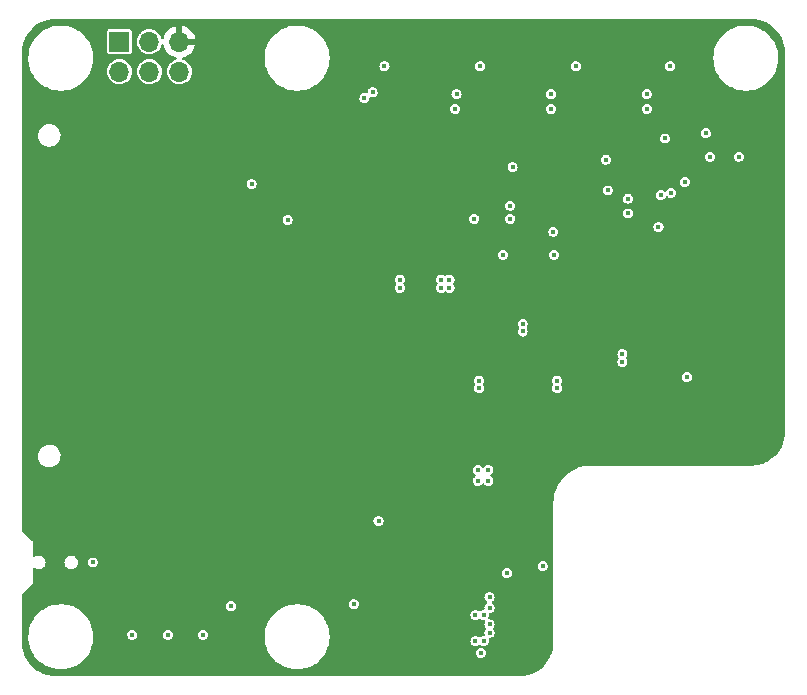
<source format=gbr>
G04 #@! TF.GenerationSoftware,KiCad,Pcbnew,(6.0.9)*
G04 #@! TF.CreationDate,2024-03-03T17:49:26-08:00*
G04 #@! TF.ProjectId,RPI5_CFE,52504935-5f43-4464-952e-6b696361645f,rev?*
G04 #@! TF.SameCoordinates,Original*
G04 #@! TF.FileFunction,Copper,L2,Inr*
G04 #@! TF.FilePolarity,Positive*
%FSLAX46Y46*%
G04 Gerber Fmt 4.6, Leading zero omitted, Abs format (unit mm)*
G04 Created by KiCad (PCBNEW (6.0.9)) date 2024-03-03 17:49:26*
%MOMM*%
%LPD*%
G01*
G04 APERTURE LIST*
G04 #@! TA.AperFunction,ComponentPad*
%ADD10R,1.700000X1.700000*%
G04 #@! TD*
G04 #@! TA.AperFunction,ComponentPad*
%ADD11O,1.700000X1.700000*%
G04 #@! TD*
G04 #@! TA.AperFunction,ViaPad*
%ADD12C,0.450000*%
G04 #@! TD*
G04 APERTURE END LIST*
D10*
G04 #@! TO.N,+5V*
G04 #@! TO.C,J5*
X8460000Y-2100000D03*
D11*
G04 #@! TO.N,+3V3_IN*
X8460000Y-4640000D03*
G04 #@! TO.N,+5V*
X11000000Y-2100000D03*
G04 #@! TO.N,SDA_IN*
X11000000Y-4640000D03*
G04 #@! TO.N,GND*
X13540000Y-2100000D03*
G04 #@! TO.N,SCL_IN*
X13540000Y-4640000D03*
G04 #@! TD*
D12*
G04 #@! TO.N,+5V*
X56500000Y-30500000D03*
X39700000Y-39300000D03*
X38800000Y-38400000D03*
X38800000Y-39300000D03*
X45200000Y-18200000D03*
X45250000Y-20150000D03*
X39700000Y-38400000D03*
G04 #@! TO.N,GND*
X43100000Y-25450000D03*
X39400000Y-18200000D03*
X52850000Y-11950000D03*
X41825000Y-44275000D03*
X32250000Y-35600000D03*
X41900000Y-49050000D03*
X39441686Y-30250000D03*
X35600000Y-32600000D03*
X48100000Y-6500000D03*
X38441686Y-31950000D03*
X43100000Y-27150000D03*
X56100000Y-16300000D03*
X40900000Y-22100000D03*
X35700000Y-29600000D03*
X59350000Y-26660000D03*
X52200000Y-13300000D03*
X56150000Y-6450000D03*
X41825000Y-45275000D03*
X43950000Y-14700000D03*
X35600000Y-11600000D03*
X60900000Y-12900000D03*
X40000000Y-6500000D03*
X39400000Y-19000000D03*
X39300000Y-16050000D03*
X46600000Y-17800000D03*
X43300000Y-19200000D03*
X39900000Y-47550000D03*
X31900000Y-6500000D03*
X59350000Y-28160000D03*
X40600000Y-48200000D03*
X32200000Y-14700000D03*
X54400000Y-12600000D03*
X50500000Y-28150000D03*
X57160000Y-25050000D03*
X41900000Y-50150000D03*
X28300000Y-55051250D03*
X32600000Y-5300000D03*
X45000000Y-31950000D03*
X56300000Y-9650000D03*
X39441686Y-31950000D03*
X35600000Y-14600000D03*
X40475000Y-43600000D03*
X40050000Y-22100000D03*
X56750000Y-15550000D03*
X39100000Y-48200000D03*
X40700000Y-11000000D03*
X50500000Y-29650000D03*
X40050000Y-23000000D03*
X40900000Y-23000000D03*
X41900000Y-52350000D03*
X55300000Y-12575000D03*
X51500000Y-29700000D03*
X42100000Y-27150000D03*
X40700000Y-5300000D03*
X38441686Y-30250000D03*
X58450000Y-15200000D03*
X1200000Y-48800000D03*
X59365000Y-25255000D03*
X59350000Y-29650000D03*
X41000000Y-53850000D03*
X59700000Y-13600000D03*
X1300000Y-43700000D03*
X35650000Y-35600000D03*
X41600000Y-14700000D03*
X41900000Y-51350000D03*
X51550000Y-28150000D03*
X46100000Y-30250000D03*
X46100000Y-31950000D03*
X41900000Y-53250000D03*
X32150000Y-29600000D03*
X45900000Y-17800000D03*
X41475000Y-43600000D03*
X45000000Y-30250000D03*
X48800000Y-5300000D03*
X17400000Y-4100000D03*
X44275000Y-44525000D03*
X17400000Y-6500000D03*
X55600000Y-8800000D03*
X32150000Y-32600000D03*
X16700000Y-5300000D03*
X41400000Y-47800000D03*
X32200000Y-11650000D03*
X42100000Y-25450000D03*
G04 #@! TO.N,+3V3*
X28300000Y-49751250D03*
X38600000Y-50650000D03*
X39800000Y-51450000D03*
X38600000Y-52850000D03*
X44293900Y-46506100D03*
X32200000Y-22950000D03*
X39300000Y-50650000D03*
X36400000Y-22250000D03*
X39800000Y-52150000D03*
X35700000Y-22950000D03*
X32200000Y-22250000D03*
X39059300Y-53850000D03*
X35700000Y-22250000D03*
X39800000Y-49150000D03*
X36400000Y-22950000D03*
X39800000Y-50050000D03*
X39300000Y-52850000D03*
G04 #@! TO.N,PCIe_INS*
X38500000Y-17100000D03*
X41550000Y-17100000D03*
G04 #@! TO.N,NRST*
X41750000Y-12750000D03*
G04 #@! TO.N,NVME_PWR*
X30400000Y-42700000D03*
X41250000Y-47100000D03*
G04 #@! TO.N,SWIO*
X49650000Y-12100000D03*
G04 #@! TO.N,PCIe_CLK_P*
X42600000Y-26000000D03*
X51045000Y-28575000D03*
G04 #@! TO.N,PCIe_CLK_N*
X51045000Y-29225000D03*
X42600000Y-26650000D03*
G04 #@! TO.N,PCIe_RX_P*
X45529128Y-30800000D03*
X38925000Y-30800000D03*
G04 #@! TO.N,PCIe_RX_N*
X45529128Y-31450000D03*
X38925000Y-31450000D03*
G04 #@! TO.N,SDA*
X51500000Y-16650000D03*
X51500000Y-15400000D03*
G04 #@! TO.N,PCIE_PWR_EN*
X54100000Y-17800000D03*
X49800000Y-14700000D03*
G04 #@! TO.N,+3V3_STB*
X41550000Y-16000000D03*
X54300000Y-15100000D03*
X12550000Y-52325000D03*
X9550000Y-52325000D03*
X15550000Y-52325000D03*
X40945000Y-20145000D03*
X54650000Y-10300000D03*
G04 #@! TO.N,+3V3_IN*
X60900000Y-11850000D03*
X55100000Y-4200000D03*
X47100000Y-4200000D03*
X58450000Y-11850000D03*
X55150000Y-14900000D03*
X39000000Y-4200000D03*
X30900000Y-4200000D03*
G04 #@! TO.N,SDA_IN*
X29900000Y-6400000D03*
G04 #@! TO.N,SCL_IN*
X53100000Y-6550000D03*
X53100000Y-7800000D03*
X45000000Y-6550000D03*
X29200000Y-6900000D03*
X37000000Y-6550000D03*
X56325000Y-13975000D03*
X45000000Y-7800000D03*
X58100000Y-9850000D03*
X36900000Y-7800000D03*
G04 #@! TO.N,Net-(J2-Pad1)*
X19650000Y-14150000D03*
X17900000Y-49900000D03*
X22700000Y-17200000D03*
X6200000Y-46200000D03*
G04 #@! TD*
G04 #@! TA.AperFunction,Conductor*
G04 #@! TO.N,GND*
G36*
X61988169Y-203018D02*
G01*
X61999641Y-205656D01*
X62010516Y-203195D01*
X62020727Y-203213D01*
X62031830Y-202288D01*
X62208468Y-212208D01*
X62307899Y-217792D01*
X62318922Y-219034D01*
X62532302Y-255288D01*
X62617461Y-269757D01*
X62628285Y-272227D01*
X62919279Y-356062D01*
X62929751Y-359726D01*
X63209530Y-475614D01*
X63219520Y-480425D01*
X63484563Y-626910D01*
X63493948Y-632806D01*
X63740937Y-808054D01*
X63749605Y-814967D01*
X63975407Y-1016757D01*
X63983243Y-1024593D01*
X64185033Y-1250395D01*
X64191946Y-1259063D01*
X64367194Y-1506052D01*
X64373090Y-1515437D01*
X64519572Y-1780474D01*
X64524386Y-1790470D01*
X64569954Y-1900480D01*
X64640273Y-2070246D01*
X64643938Y-2080721D01*
X64681358Y-2210607D01*
X64727773Y-2371715D01*
X64730243Y-2382539D01*
X64778235Y-2664998D01*
X64780966Y-2681074D01*
X64782208Y-2692102D01*
X64797636Y-2966791D01*
X64797684Y-2967651D01*
X64796834Y-2977626D01*
X64796862Y-2977626D01*
X64796842Y-2988777D01*
X64794344Y-2999641D01*
X64796804Y-3010513D01*
X64797059Y-3011638D01*
X64799500Y-3033488D01*
X64799500Y-35165983D01*
X64796982Y-35188169D01*
X64794344Y-35199641D01*
X64796805Y-35210516D01*
X64796787Y-35220727D01*
X64797712Y-35231830D01*
X64782209Y-35507894D01*
X64780966Y-35518922D01*
X64744712Y-35732302D01*
X64730243Y-35817461D01*
X64727773Y-35828285D01*
X64643940Y-36119275D01*
X64640274Y-36129751D01*
X64527076Y-36403038D01*
X64524389Y-36409524D01*
X64519575Y-36419520D01*
X64373090Y-36684563D01*
X64367194Y-36693948D01*
X64191946Y-36940937D01*
X64185033Y-36949605D01*
X63983243Y-37175407D01*
X63975407Y-37183243D01*
X63749605Y-37385033D01*
X63740937Y-37391946D01*
X63493948Y-37567194D01*
X63484563Y-37573090D01*
X63219520Y-37719575D01*
X63209530Y-37724386D01*
X62929751Y-37840274D01*
X62919279Y-37843938D01*
X62725598Y-37899738D01*
X62628285Y-37927773D01*
X62617461Y-37930243D01*
X62532302Y-37944712D01*
X62318922Y-37980966D01*
X62307898Y-37982208D01*
X62032346Y-37997684D01*
X62022374Y-37996834D01*
X62022374Y-37996862D01*
X62011223Y-37996842D01*
X62000359Y-37994344D01*
X61988359Y-37997059D01*
X61966512Y-37999500D01*
X48434281Y-37999500D01*
X48411926Y-37996943D01*
X48411326Y-37996804D01*
X48400718Y-37994345D01*
X48400000Y-37994344D01*
X48395806Y-37995301D01*
X48394893Y-37995376D01*
X48064998Y-38012665D01*
X48062440Y-38013070D01*
X48062432Y-38013071D01*
X47819980Y-38051472D01*
X47733665Y-38065143D01*
X47731161Y-38065814D01*
X47731156Y-38065815D01*
X47518110Y-38122901D01*
X47409634Y-38151967D01*
X47096453Y-38272185D01*
X46797554Y-38424482D01*
X46795382Y-38425893D01*
X46795376Y-38425896D01*
X46518393Y-38605771D01*
X46518385Y-38605777D01*
X46516212Y-38607188D01*
X46255509Y-38818301D01*
X46018301Y-39055509D01*
X45807188Y-39316212D01*
X45805777Y-39318385D01*
X45805771Y-39318393D01*
X45649697Y-39558726D01*
X45624482Y-39597554D01*
X45472185Y-39896453D01*
X45351967Y-40209634D01*
X45265143Y-40533665D01*
X45212665Y-40864998D01*
X45195358Y-41195232D01*
X45194344Y-41199641D01*
X45196805Y-41210515D01*
X45197059Y-41211638D01*
X45199500Y-41233488D01*
X45199500Y-52965983D01*
X45196982Y-52988169D01*
X45194344Y-52999641D01*
X45196805Y-53010516D01*
X45196787Y-53020727D01*
X45197712Y-53031830D01*
X45182209Y-53307894D01*
X45180966Y-53318922D01*
X45177912Y-53336902D01*
X45130243Y-53617461D01*
X45127773Y-53628285D01*
X45061681Y-53857696D01*
X45043940Y-53919275D01*
X45040274Y-53929751D01*
X44928944Y-54198528D01*
X44924389Y-54209524D01*
X44919575Y-54219520D01*
X44773090Y-54484563D01*
X44767194Y-54493948D01*
X44591946Y-54740937D01*
X44585033Y-54749605D01*
X44383243Y-54975407D01*
X44375407Y-54983243D01*
X44149605Y-55185033D01*
X44140937Y-55191946D01*
X43893948Y-55367194D01*
X43884563Y-55373090D01*
X43619520Y-55519575D01*
X43609530Y-55524386D01*
X43329751Y-55640274D01*
X43319279Y-55643938D01*
X43125598Y-55699738D01*
X43028285Y-55727773D01*
X43017461Y-55730243D01*
X42932302Y-55744712D01*
X42718922Y-55780966D01*
X42707898Y-55782208D01*
X42432346Y-55797684D01*
X42422374Y-55796834D01*
X42422374Y-55796862D01*
X42411223Y-55796842D01*
X42400359Y-55794344D01*
X42388359Y-55797059D01*
X42366512Y-55799500D01*
X3034017Y-55799500D01*
X3011831Y-55796982D01*
X3011813Y-55796978D01*
X3000359Y-55794344D01*
X2989484Y-55796805D01*
X2979273Y-55796787D01*
X2968170Y-55797712D01*
X2791532Y-55787792D01*
X2692101Y-55782208D01*
X2681078Y-55780966D01*
X2467698Y-55744712D01*
X2382539Y-55730243D01*
X2371715Y-55727773D01*
X2274402Y-55699738D01*
X2080721Y-55643938D01*
X2070249Y-55640274D01*
X1790470Y-55524386D01*
X1780480Y-55519575D01*
X1515437Y-55373090D01*
X1506052Y-55367194D01*
X1259063Y-55191946D01*
X1250395Y-55185033D01*
X1024593Y-54983243D01*
X1016757Y-54975407D01*
X814967Y-54749605D01*
X808054Y-54740937D01*
X632806Y-54493948D01*
X626910Y-54484563D01*
X480425Y-54219520D01*
X475611Y-54209524D01*
X471057Y-54198528D01*
X359726Y-53929751D01*
X356060Y-53919275D01*
X338320Y-53857696D01*
X272227Y-53628285D01*
X269757Y-53617461D01*
X222088Y-53336902D01*
X219034Y-53318922D01*
X217791Y-53307894D01*
X216027Y-53276470D01*
X202331Y-53032603D01*
X204122Y-53011795D01*
X203747Y-53011752D01*
X204388Y-53006184D01*
X205655Y-53000718D01*
X205656Y-53000000D01*
X204412Y-52994545D01*
X202980Y-52988266D01*
X200500Y-52966248D01*
X200500Y-52485572D01*
X744511Y-52485572D01*
X744675Y-52488553D01*
X744675Y-52488560D01*
X759316Y-52754585D01*
X762735Y-52816712D01*
X820608Y-53143265D01*
X821479Y-53146123D01*
X821480Y-53146127D01*
X856472Y-53260938D01*
X917294Y-53460500D01*
X918499Y-53463226D01*
X918501Y-53463231D01*
X986686Y-53617461D01*
X1051391Y-53763821D01*
X1220957Y-54048836D01*
X1222777Y-54051195D01*
X1222781Y-54051201D01*
X1262914Y-54103220D01*
X1423536Y-54311415D01*
X1656193Y-54547756D01*
X1658521Y-54549611D01*
X1658522Y-54549612D01*
X1724825Y-54602446D01*
X1915558Y-54754434D01*
X1918098Y-54755999D01*
X1918097Y-54755999D01*
X2195336Y-54926891D01*
X2195341Y-54926894D01*
X2197874Y-54928455D01*
X2200582Y-54929704D01*
X2200585Y-54929705D01*
X2299705Y-54975400D01*
X2499051Y-55067300D01*
X2501895Y-55068216D01*
X2501898Y-55068217D01*
X2527371Y-55076420D01*
X2814728Y-55168957D01*
X2817647Y-55169522D01*
X2817648Y-55169522D01*
X3137416Y-55231389D01*
X3137419Y-55231389D01*
X3140332Y-55231953D01*
X3143294Y-55232163D01*
X3143296Y-55232163D01*
X3183860Y-55235035D01*
X3402279Y-55250500D01*
X3583386Y-55250500D01*
X3584840Y-55250412D01*
X3584852Y-55250412D01*
X3828075Y-55235749D01*
X3828079Y-55235748D01*
X3831040Y-55235570D01*
X4157285Y-55175987D01*
X4258718Y-55144491D01*
X4471163Y-55078525D01*
X4471167Y-55078523D01*
X4474009Y-55077641D01*
X4476728Y-55076422D01*
X4476733Y-55076420D01*
X4773905Y-54943178D01*
X4773911Y-54943175D01*
X4776625Y-54941958D01*
X4796978Y-54929705D01*
X5058192Y-54772441D01*
X5058194Y-54772440D01*
X5060748Y-54770902D01*
X5063100Y-54769068D01*
X5063104Y-54769065D01*
X5319903Y-54568792D01*
X5319908Y-54568788D01*
X5322263Y-54566951D01*
X5557382Y-54333060D01*
X5744044Y-54096281D01*
X5760851Y-54074962D01*
X5760856Y-54074955D01*
X5762699Y-54072617D01*
X5777187Y-54048836D01*
X5856115Y-53919275D01*
X5935240Y-53789393D01*
X5964714Y-53724569D01*
X6071270Y-53490212D01*
X6071271Y-53490208D01*
X6072506Y-53487493D01*
X6172509Y-53171288D01*
X6204584Y-53000718D01*
X6233248Y-52848290D01*
X6233248Y-52848287D01*
X6233799Y-52845359D01*
X6255489Y-52514428D01*
X6254582Y-52497936D01*
X6245064Y-52325000D01*
X9119196Y-52325000D01*
X9120415Y-52332696D01*
X9138015Y-52443817D01*
X9140281Y-52458126D01*
X9143817Y-52465065D01*
X9143817Y-52465066D01*
X9190244Y-52556183D01*
X9201472Y-52578220D01*
X9296780Y-52673528D01*
X9303717Y-52677063D01*
X9303719Y-52677064D01*
X9396959Y-52724572D01*
X9416874Y-52734719D01*
X9424568Y-52735938D01*
X9424569Y-52735938D01*
X9542304Y-52754585D01*
X9550000Y-52755804D01*
X9557696Y-52754585D01*
X9675431Y-52735938D01*
X9675432Y-52735938D01*
X9683126Y-52734719D01*
X9703041Y-52724572D01*
X9796281Y-52677064D01*
X9796283Y-52677063D01*
X9803220Y-52673528D01*
X9898528Y-52578220D01*
X9909757Y-52556183D01*
X9956183Y-52465066D01*
X9956183Y-52465065D01*
X9959719Y-52458126D01*
X9961986Y-52443817D01*
X9979585Y-52332696D01*
X9980804Y-52325000D01*
X12119196Y-52325000D01*
X12120415Y-52332696D01*
X12138015Y-52443817D01*
X12140281Y-52458126D01*
X12143817Y-52465065D01*
X12143817Y-52465066D01*
X12190244Y-52556183D01*
X12201472Y-52578220D01*
X12296780Y-52673528D01*
X12303717Y-52677063D01*
X12303719Y-52677064D01*
X12396959Y-52724572D01*
X12416874Y-52734719D01*
X12424568Y-52735938D01*
X12424569Y-52735938D01*
X12542304Y-52754585D01*
X12550000Y-52755804D01*
X12557696Y-52754585D01*
X12675431Y-52735938D01*
X12675432Y-52735938D01*
X12683126Y-52734719D01*
X12703041Y-52724572D01*
X12796281Y-52677064D01*
X12796283Y-52677063D01*
X12803220Y-52673528D01*
X12898528Y-52578220D01*
X12909757Y-52556183D01*
X12956183Y-52465066D01*
X12956183Y-52465065D01*
X12959719Y-52458126D01*
X12961986Y-52443817D01*
X12979585Y-52332696D01*
X12980804Y-52325000D01*
X15119196Y-52325000D01*
X15120415Y-52332696D01*
X15138015Y-52443817D01*
X15140281Y-52458126D01*
X15143817Y-52465065D01*
X15143817Y-52465066D01*
X15190244Y-52556183D01*
X15201472Y-52578220D01*
X15296780Y-52673528D01*
X15303717Y-52677063D01*
X15303719Y-52677064D01*
X15396959Y-52724572D01*
X15416874Y-52734719D01*
X15424568Y-52735938D01*
X15424569Y-52735938D01*
X15542304Y-52754585D01*
X15550000Y-52755804D01*
X15557696Y-52754585D01*
X15675431Y-52735938D01*
X15675432Y-52735938D01*
X15683126Y-52734719D01*
X15703041Y-52724572D01*
X15796281Y-52677064D01*
X15796283Y-52677063D01*
X15803220Y-52673528D01*
X15898528Y-52578220D01*
X15909757Y-52556183D01*
X15945735Y-52485572D01*
X20744511Y-52485572D01*
X20744675Y-52488553D01*
X20744675Y-52488560D01*
X20759316Y-52754585D01*
X20762735Y-52816712D01*
X20820608Y-53143265D01*
X20821479Y-53146123D01*
X20821480Y-53146127D01*
X20856472Y-53260938D01*
X20917294Y-53460500D01*
X20918499Y-53463226D01*
X20918501Y-53463231D01*
X20986686Y-53617461D01*
X21051391Y-53763821D01*
X21220957Y-54048836D01*
X21222777Y-54051195D01*
X21222781Y-54051201D01*
X21262914Y-54103220D01*
X21423536Y-54311415D01*
X21656193Y-54547756D01*
X21658521Y-54549611D01*
X21658522Y-54549612D01*
X21724825Y-54602446D01*
X21915558Y-54754434D01*
X21918098Y-54755999D01*
X21918097Y-54755999D01*
X22195336Y-54926891D01*
X22195341Y-54926894D01*
X22197874Y-54928455D01*
X22200582Y-54929704D01*
X22200585Y-54929705D01*
X22299705Y-54975400D01*
X22499051Y-55067300D01*
X22501895Y-55068216D01*
X22501898Y-55068217D01*
X22527371Y-55076420D01*
X22814728Y-55168957D01*
X22817647Y-55169522D01*
X22817648Y-55169522D01*
X23137416Y-55231389D01*
X23137419Y-55231389D01*
X23140332Y-55231953D01*
X23143294Y-55232163D01*
X23143296Y-55232163D01*
X23183860Y-55235035D01*
X23402279Y-55250500D01*
X23583386Y-55250500D01*
X23584840Y-55250412D01*
X23584852Y-55250412D01*
X23828075Y-55235749D01*
X23828079Y-55235748D01*
X23831040Y-55235570D01*
X24157285Y-55175987D01*
X24258718Y-55144491D01*
X24471163Y-55078525D01*
X24471167Y-55078523D01*
X24474009Y-55077641D01*
X24476728Y-55076422D01*
X24476733Y-55076420D01*
X24773905Y-54943178D01*
X24773911Y-54943175D01*
X24776625Y-54941958D01*
X24796978Y-54929705D01*
X25058192Y-54772441D01*
X25058194Y-54772440D01*
X25060748Y-54770902D01*
X25063100Y-54769068D01*
X25063104Y-54769065D01*
X25319903Y-54568792D01*
X25319908Y-54568788D01*
X25322263Y-54566951D01*
X25557382Y-54333060D01*
X25744044Y-54096281D01*
X25760851Y-54074962D01*
X25760856Y-54074955D01*
X25762699Y-54072617D01*
X25777187Y-54048836D01*
X25856115Y-53919275D01*
X25935240Y-53789393D01*
X25964714Y-53724569D01*
X26071270Y-53490212D01*
X26071271Y-53490208D01*
X26072506Y-53487493D01*
X26172509Y-53171288D01*
X26204584Y-53000718D01*
X26232926Y-52850000D01*
X38169196Y-52850000D01*
X38190281Y-52983126D01*
X38193817Y-52990065D01*
X38193817Y-52990066D01*
X38209440Y-53020727D01*
X38251472Y-53103220D01*
X38346780Y-53198528D01*
X38353717Y-53202063D01*
X38353719Y-53202064D01*
X38414837Y-53233205D01*
X38466874Y-53259719D01*
X38474568Y-53260938D01*
X38474569Y-53260938D01*
X38592304Y-53279585D01*
X38600000Y-53280804D01*
X38607696Y-53279585D01*
X38725431Y-53260938D01*
X38725432Y-53260938D01*
X38733126Y-53259719D01*
X38785163Y-53233205D01*
X38846281Y-53202064D01*
X38846283Y-53202063D01*
X38853220Y-53198528D01*
X38879996Y-53171752D01*
X38934513Y-53143975D01*
X38994945Y-53153546D01*
X39020004Y-53171752D01*
X39046780Y-53198528D01*
X39053717Y-53202063D01*
X39053719Y-53202064D01*
X39114837Y-53233205D01*
X39158102Y-53276470D01*
X39167673Y-53336902D01*
X39139895Y-53391419D01*
X39085379Y-53419196D01*
X39069892Y-53420415D01*
X39066996Y-53420415D01*
X39059300Y-53419196D01*
X39051604Y-53420415D01*
X38933869Y-53439062D01*
X38933868Y-53439062D01*
X38926174Y-53440281D01*
X38919235Y-53443817D01*
X38919234Y-53443817D01*
X38813019Y-53497936D01*
X38813017Y-53497937D01*
X38806080Y-53501472D01*
X38710772Y-53596780D01*
X38649581Y-53716874D01*
X38628496Y-53850000D01*
X38649581Y-53983126D01*
X38653117Y-53990065D01*
X38653117Y-53990066D01*
X38696374Y-54074962D01*
X38710772Y-54103220D01*
X38806080Y-54198528D01*
X38813017Y-54202063D01*
X38813019Y-54202064D01*
X38919234Y-54256183D01*
X38926174Y-54259719D01*
X38933868Y-54260938D01*
X38933869Y-54260938D01*
X39051604Y-54279585D01*
X39059300Y-54280804D01*
X39066996Y-54279585D01*
X39184731Y-54260938D01*
X39184732Y-54260938D01*
X39192426Y-54259719D01*
X39199366Y-54256183D01*
X39305581Y-54202064D01*
X39305583Y-54202063D01*
X39312520Y-54198528D01*
X39407828Y-54103220D01*
X39422227Y-54074962D01*
X39465483Y-53990066D01*
X39465483Y-53990065D01*
X39469019Y-53983126D01*
X39490104Y-53850000D01*
X39469019Y-53716874D01*
X39407828Y-53596780D01*
X39312520Y-53501472D01*
X39305583Y-53497937D01*
X39305581Y-53497936D01*
X39244463Y-53466795D01*
X39201198Y-53423530D01*
X39191627Y-53363098D01*
X39219405Y-53308581D01*
X39273921Y-53280804D01*
X39289408Y-53279585D01*
X39292304Y-53279585D01*
X39300000Y-53280804D01*
X39307696Y-53279585D01*
X39425431Y-53260938D01*
X39425432Y-53260938D01*
X39433126Y-53259719D01*
X39485163Y-53233205D01*
X39546281Y-53202064D01*
X39546283Y-53202063D01*
X39553220Y-53198528D01*
X39648528Y-53103220D01*
X39690561Y-53020727D01*
X39706183Y-52990066D01*
X39706183Y-52990065D01*
X39709719Y-52983126D01*
X39730804Y-52850000D01*
X39709719Y-52716874D01*
X39706182Y-52709932D01*
X39705936Y-52709175D01*
X39705938Y-52647989D01*
X39741904Y-52598490D01*
X39797539Y-52580414D01*
X39800000Y-52580804D01*
X39807696Y-52579585D01*
X39816315Y-52578220D01*
X39860126Y-52571281D01*
X39925431Y-52560938D01*
X39925432Y-52560938D01*
X39933126Y-52559719D01*
X39959160Y-52546454D01*
X40046281Y-52502064D01*
X40046283Y-52502063D01*
X40053220Y-52498528D01*
X40148528Y-52403220D01*
X40174621Y-52352011D01*
X40206183Y-52290066D01*
X40206183Y-52290065D01*
X40209719Y-52283126D01*
X40230804Y-52150000D01*
X40209719Y-52016874D01*
X40189133Y-51976472D01*
X40152064Y-51903719D01*
X40152063Y-51903717D01*
X40148528Y-51896780D01*
X40121752Y-51870004D01*
X40093975Y-51815487D01*
X40103546Y-51755055D01*
X40121752Y-51729996D01*
X40148528Y-51703220D01*
X40209719Y-51583126D01*
X40230804Y-51450000D01*
X40209719Y-51316874D01*
X40168603Y-51236179D01*
X40152064Y-51203719D01*
X40152063Y-51203717D01*
X40148528Y-51196780D01*
X40053220Y-51101472D01*
X40046283Y-51097937D01*
X40046281Y-51097936D01*
X39940066Y-51043817D01*
X39940065Y-51043817D01*
X39933126Y-51040281D01*
X39925432Y-51039062D01*
X39925431Y-51039062D01*
X39807696Y-51020415D01*
X39800000Y-51019196D01*
X39762857Y-51025079D01*
X39702425Y-51015508D01*
X39659161Y-50972243D01*
X39649589Y-50911811D01*
X39659160Y-50882353D01*
X39706183Y-50790066D01*
X39706183Y-50790065D01*
X39709719Y-50783126D01*
X39730804Y-50650000D01*
X39721842Y-50593416D01*
X39731413Y-50532985D01*
X39774678Y-50489720D01*
X39804136Y-50480149D01*
X39925431Y-50460938D01*
X39925432Y-50460938D01*
X39933126Y-50459719D01*
X39989082Y-50431208D01*
X40046281Y-50402064D01*
X40046283Y-50402063D01*
X40053220Y-50398528D01*
X40148528Y-50303220D01*
X40174594Y-50252064D01*
X40206183Y-50190066D01*
X40206183Y-50190065D01*
X40209719Y-50183126D01*
X40213229Y-50160969D01*
X40229585Y-50057696D01*
X40230804Y-50050000D01*
X40212226Y-49932700D01*
X40210938Y-49924569D01*
X40210938Y-49924568D01*
X40209719Y-49916874D01*
X40196697Y-49891316D01*
X40152064Y-49803719D01*
X40152063Y-49803717D01*
X40148528Y-49796780D01*
X40053220Y-49701472D01*
X40046283Y-49697937D01*
X40046281Y-49697936D01*
X40027192Y-49688210D01*
X39983927Y-49644945D01*
X39974356Y-49584513D01*
X40002134Y-49529996D01*
X40027192Y-49511790D01*
X40046281Y-49502064D01*
X40046283Y-49502063D01*
X40053220Y-49498528D01*
X40148528Y-49403220D01*
X40178159Y-49345067D01*
X40206183Y-49290066D01*
X40206183Y-49290065D01*
X40209719Y-49283126D01*
X40230804Y-49150000D01*
X40209719Y-49016874D01*
X40148528Y-48896780D01*
X40053220Y-48801472D01*
X40046283Y-48797937D01*
X40046281Y-48797936D01*
X39940066Y-48743817D01*
X39940065Y-48743817D01*
X39933126Y-48740281D01*
X39925432Y-48739062D01*
X39925431Y-48739062D01*
X39836978Y-48725053D01*
X39800000Y-48719196D01*
X39763022Y-48725053D01*
X39674569Y-48739062D01*
X39674568Y-48739062D01*
X39666874Y-48740281D01*
X39659935Y-48743817D01*
X39659934Y-48743817D01*
X39553719Y-48797936D01*
X39553717Y-48797937D01*
X39546780Y-48801472D01*
X39451472Y-48896780D01*
X39390281Y-49016874D01*
X39369196Y-49150000D01*
X39390281Y-49283126D01*
X39393817Y-49290065D01*
X39393817Y-49290066D01*
X39421842Y-49345067D01*
X39451472Y-49403220D01*
X39546780Y-49498528D01*
X39553717Y-49502063D01*
X39553719Y-49502064D01*
X39572808Y-49511790D01*
X39616073Y-49555055D01*
X39625644Y-49615487D01*
X39597866Y-49670004D01*
X39572808Y-49688210D01*
X39553719Y-49697936D01*
X39553717Y-49697937D01*
X39546780Y-49701472D01*
X39451472Y-49796780D01*
X39447937Y-49803717D01*
X39447936Y-49803719D01*
X39403303Y-49891316D01*
X39390281Y-49916874D01*
X39389062Y-49924568D01*
X39389062Y-49924569D01*
X39387774Y-49932700D01*
X39369196Y-50050000D01*
X39372411Y-50070295D01*
X39378158Y-50106583D01*
X39368587Y-50167015D01*
X39325322Y-50210280D01*
X39295864Y-50219851D01*
X39174569Y-50239062D01*
X39174568Y-50239062D01*
X39166874Y-50240281D01*
X39159935Y-50243817D01*
X39159934Y-50243817D01*
X39053719Y-50297936D01*
X39053717Y-50297937D01*
X39046780Y-50301472D01*
X39020004Y-50328248D01*
X38965487Y-50356025D01*
X38905055Y-50346454D01*
X38879996Y-50328248D01*
X38853220Y-50301472D01*
X38846283Y-50297937D01*
X38846281Y-50297936D01*
X38740066Y-50243817D01*
X38740065Y-50243817D01*
X38733126Y-50240281D01*
X38725432Y-50239062D01*
X38725431Y-50239062D01*
X38607696Y-50220415D01*
X38600000Y-50219196D01*
X38592304Y-50220415D01*
X38474569Y-50239062D01*
X38474568Y-50239062D01*
X38466874Y-50240281D01*
X38459935Y-50243817D01*
X38459934Y-50243817D01*
X38353719Y-50297936D01*
X38353717Y-50297937D01*
X38346780Y-50301472D01*
X38251472Y-50396780D01*
X38247937Y-50403717D01*
X38247936Y-50403719D01*
X38204117Y-50489720D01*
X38190281Y-50516874D01*
X38169196Y-50650000D01*
X38190281Y-50783126D01*
X38193817Y-50790065D01*
X38193817Y-50790066D01*
X38240840Y-50882353D01*
X38251472Y-50903220D01*
X38346780Y-50998528D01*
X38353717Y-51002063D01*
X38353719Y-51002064D01*
X38459934Y-51056183D01*
X38466874Y-51059719D01*
X38474568Y-51060938D01*
X38474569Y-51060938D01*
X38592304Y-51079585D01*
X38600000Y-51080804D01*
X38607696Y-51079585D01*
X38725431Y-51060938D01*
X38725432Y-51060938D01*
X38733126Y-51059719D01*
X38740066Y-51056183D01*
X38846281Y-51002064D01*
X38846283Y-51002063D01*
X38853220Y-50998528D01*
X38879996Y-50971752D01*
X38934513Y-50943975D01*
X38994945Y-50953546D01*
X39020004Y-50971752D01*
X39046780Y-50998528D01*
X39053717Y-51002063D01*
X39053719Y-51002064D01*
X39159934Y-51056183D01*
X39166874Y-51059719D01*
X39174568Y-51060938D01*
X39174569Y-51060938D01*
X39292304Y-51079585D01*
X39300000Y-51080804D01*
X39337143Y-51074921D01*
X39397575Y-51084492D01*
X39440839Y-51127757D01*
X39450411Y-51188189D01*
X39440840Y-51217646D01*
X39390281Y-51316874D01*
X39369196Y-51450000D01*
X39390281Y-51583126D01*
X39451472Y-51703220D01*
X39478248Y-51729996D01*
X39506025Y-51784513D01*
X39496454Y-51844945D01*
X39478248Y-51870004D01*
X39451472Y-51896780D01*
X39447937Y-51903717D01*
X39447936Y-51903719D01*
X39410867Y-51976472D01*
X39390281Y-52016874D01*
X39369196Y-52150000D01*
X39390281Y-52283126D01*
X39393817Y-52290066D01*
X39394064Y-52290825D01*
X39394062Y-52352011D01*
X39358096Y-52401510D01*
X39302461Y-52419586D01*
X39300000Y-52419196D01*
X39292304Y-52420415D01*
X39174569Y-52439062D01*
X39174568Y-52439062D01*
X39166874Y-52440281D01*
X39159935Y-52443817D01*
X39159934Y-52443817D01*
X39053719Y-52497936D01*
X39053717Y-52497937D01*
X39046780Y-52501472D01*
X39020004Y-52528248D01*
X38965487Y-52556025D01*
X38905055Y-52546454D01*
X38879996Y-52528248D01*
X38853220Y-52501472D01*
X38846283Y-52497937D01*
X38846281Y-52497936D01*
X38740066Y-52443817D01*
X38740065Y-52443817D01*
X38733126Y-52440281D01*
X38725432Y-52439062D01*
X38725431Y-52439062D01*
X38607696Y-52420415D01*
X38600000Y-52419196D01*
X38592304Y-52420415D01*
X38474569Y-52439062D01*
X38474568Y-52439062D01*
X38466874Y-52440281D01*
X38459935Y-52443817D01*
X38459934Y-52443817D01*
X38353719Y-52497936D01*
X38353717Y-52497937D01*
X38346780Y-52501472D01*
X38251472Y-52596780D01*
X38247937Y-52603717D01*
X38247936Y-52603719D01*
X38215172Y-52668022D01*
X38190281Y-52716874D01*
X38189062Y-52724568D01*
X38189062Y-52724569D01*
X38184308Y-52754585D01*
X38169196Y-52850000D01*
X26232926Y-52850000D01*
X26233248Y-52848290D01*
X26233248Y-52848287D01*
X26233799Y-52845359D01*
X26255489Y-52514428D01*
X26254582Y-52497936D01*
X26237429Y-52186265D01*
X26237429Y-52186262D01*
X26237265Y-52183288D01*
X26179392Y-51856735D01*
X26162101Y-51800000D01*
X26083577Y-51542359D01*
X26082706Y-51539500D01*
X26069571Y-51509788D01*
X25949817Y-51238911D01*
X25949816Y-51238908D01*
X25948609Y-51236179D01*
X25779043Y-50951164D01*
X25777223Y-50948805D01*
X25777219Y-50948799D01*
X25578283Y-50690943D01*
X25576464Y-50688585D01*
X25353493Y-50462083D01*
X25345896Y-50454366D01*
X25345895Y-50454365D01*
X25343807Y-50452244D01*
X25317409Y-50431208D01*
X25086776Y-50247426D01*
X25084442Y-50245566D01*
X24979428Y-50180835D01*
X24804664Y-50073109D01*
X24804659Y-50073106D01*
X24802126Y-50071545D01*
X24776166Y-50059577D01*
X24668573Y-50009976D01*
X24500949Y-49932700D01*
X24498105Y-49931784D01*
X24498102Y-49931783D01*
X24375507Y-49892304D01*
X24185272Y-49831043D01*
X24153506Y-49824897D01*
X23862584Y-49768611D01*
X23862581Y-49768611D01*
X23859668Y-49768047D01*
X23856706Y-49767837D01*
X23856704Y-49767837D01*
X23787208Y-49762917D01*
X23622436Y-49751250D01*
X27869196Y-49751250D01*
X27871368Y-49764965D01*
X27880636Y-49823477D01*
X27890281Y-49884376D01*
X27893817Y-49891315D01*
X27893817Y-49891316D01*
X27906840Y-49916874D01*
X27951472Y-50004470D01*
X28046780Y-50099778D01*
X28053717Y-50103313D01*
X28053719Y-50103314D01*
X28159934Y-50157433D01*
X28166874Y-50160969D01*
X28174568Y-50162188D01*
X28174569Y-50162188D01*
X28292304Y-50180835D01*
X28300000Y-50182054D01*
X28307696Y-50180835D01*
X28425431Y-50162188D01*
X28425432Y-50162188D01*
X28433126Y-50160969D01*
X28440066Y-50157433D01*
X28546281Y-50103314D01*
X28546283Y-50103313D01*
X28553220Y-50099778D01*
X28648528Y-50004470D01*
X28693161Y-49916874D01*
X28706183Y-49891316D01*
X28706183Y-49891315D01*
X28709719Y-49884376D01*
X28719365Y-49823477D01*
X28728632Y-49764965D01*
X28730804Y-49751250D01*
X28722360Y-49697936D01*
X28710938Y-49625819D01*
X28710938Y-49625818D01*
X28709719Y-49618124D01*
X28706183Y-49611184D01*
X28652064Y-49504969D01*
X28652063Y-49504967D01*
X28648528Y-49498030D01*
X28553220Y-49402722D01*
X28546283Y-49399187D01*
X28546281Y-49399186D01*
X28440066Y-49345067D01*
X28440065Y-49345067D01*
X28433126Y-49341531D01*
X28425432Y-49340312D01*
X28425431Y-49340312D01*
X28307696Y-49321665D01*
X28300000Y-49320446D01*
X28292304Y-49321665D01*
X28174569Y-49340312D01*
X28174568Y-49340312D01*
X28166874Y-49341531D01*
X28159935Y-49345067D01*
X28159934Y-49345067D01*
X28053719Y-49399186D01*
X28053717Y-49399187D01*
X28046780Y-49402722D01*
X27951472Y-49498030D01*
X27947937Y-49504967D01*
X27947936Y-49504969D01*
X27893817Y-49611184D01*
X27890281Y-49618124D01*
X27889062Y-49625818D01*
X27889062Y-49625819D01*
X27877640Y-49697936D01*
X27869196Y-49751250D01*
X23622436Y-49751250D01*
X23597721Y-49749500D01*
X23416614Y-49749500D01*
X23415160Y-49749588D01*
X23415148Y-49749588D01*
X23171925Y-49764251D01*
X23171921Y-49764252D01*
X23168960Y-49764430D01*
X22842715Y-49824013D01*
X22839868Y-49824897D01*
X22528837Y-49921475D01*
X22528833Y-49921477D01*
X22525991Y-49922359D01*
X22523272Y-49923578D01*
X22523267Y-49923580D01*
X22226095Y-50056822D01*
X22226089Y-50056825D01*
X22223375Y-50058042D01*
X22220828Y-50059576D01*
X22220825Y-50059577D01*
X21955699Y-50219196D01*
X21939252Y-50229098D01*
X21936900Y-50230932D01*
X21936896Y-50230935D01*
X21680097Y-50431208D01*
X21680092Y-50431212D01*
X21677737Y-50433049D01*
X21442618Y-50666940D01*
X21423696Y-50690943D01*
X21239149Y-50925038D01*
X21239144Y-50925045D01*
X21237301Y-50927383D01*
X21235753Y-50929925D01*
X21235751Y-50929927D01*
X21193959Y-50998528D01*
X21064760Y-51210607D01*
X20927494Y-51512507D01*
X20827491Y-51828712D01*
X20766201Y-52154641D01*
X20744511Y-52485572D01*
X15945735Y-52485572D01*
X15956183Y-52465066D01*
X15956183Y-52465065D01*
X15959719Y-52458126D01*
X15961986Y-52443817D01*
X15979585Y-52332696D01*
X15980804Y-52325000D01*
X15959719Y-52191874D01*
X15953850Y-52180356D01*
X15902064Y-52078719D01*
X15902063Y-52078717D01*
X15898528Y-52071780D01*
X15803220Y-51976472D01*
X15796283Y-51972937D01*
X15796281Y-51972936D01*
X15690066Y-51918817D01*
X15690065Y-51918817D01*
X15683126Y-51915281D01*
X15675432Y-51914062D01*
X15675431Y-51914062D01*
X15586978Y-51900053D01*
X15550000Y-51894196D01*
X15513022Y-51900053D01*
X15424569Y-51914062D01*
X15424568Y-51914062D01*
X15416874Y-51915281D01*
X15409935Y-51918817D01*
X15409934Y-51918817D01*
X15303719Y-51972936D01*
X15303717Y-51972937D01*
X15296780Y-51976472D01*
X15201472Y-52071780D01*
X15197937Y-52078717D01*
X15197936Y-52078719D01*
X15146150Y-52180356D01*
X15140281Y-52191874D01*
X15119196Y-52325000D01*
X12980804Y-52325000D01*
X12959719Y-52191874D01*
X12953850Y-52180356D01*
X12902064Y-52078719D01*
X12902063Y-52078717D01*
X12898528Y-52071780D01*
X12803220Y-51976472D01*
X12796283Y-51972937D01*
X12796281Y-51972936D01*
X12690066Y-51918817D01*
X12690065Y-51918817D01*
X12683126Y-51915281D01*
X12675432Y-51914062D01*
X12675431Y-51914062D01*
X12586978Y-51900053D01*
X12550000Y-51894196D01*
X12513022Y-51900053D01*
X12424569Y-51914062D01*
X12424568Y-51914062D01*
X12416874Y-51915281D01*
X12409935Y-51918817D01*
X12409934Y-51918817D01*
X12303719Y-51972936D01*
X12303717Y-51972937D01*
X12296780Y-51976472D01*
X12201472Y-52071780D01*
X12197937Y-52078717D01*
X12197936Y-52078719D01*
X12146150Y-52180356D01*
X12140281Y-52191874D01*
X12119196Y-52325000D01*
X9980804Y-52325000D01*
X9959719Y-52191874D01*
X9953850Y-52180356D01*
X9902064Y-52078719D01*
X9902063Y-52078717D01*
X9898528Y-52071780D01*
X9803220Y-51976472D01*
X9796283Y-51972937D01*
X9796281Y-51972936D01*
X9690066Y-51918817D01*
X9690065Y-51918817D01*
X9683126Y-51915281D01*
X9675432Y-51914062D01*
X9675431Y-51914062D01*
X9586978Y-51900053D01*
X9550000Y-51894196D01*
X9513022Y-51900053D01*
X9424569Y-51914062D01*
X9424568Y-51914062D01*
X9416874Y-51915281D01*
X9409935Y-51918817D01*
X9409934Y-51918817D01*
X9303719Y-51972936D01*
X9303717Y-51972937D01*
X9296780Y-51976472D01*
X9201472Y-52071780D01*
X9197937Y-52078717D01*
X9197936Y-52078719D01*
X9146150Y-52180356D01*
X9140281Y-52191874D01*
X9119196Y-52325000D01*
X6245064Y-52325000D01*
X6237429Y-52186265D01*
X6237429Y-52186262D01*
X6237265Y-52183288D01*
X6179392Y-51856735D01*
X6162101Y-51800000D01*
X6083577Y-51542359D01*
X6082706Y-51539500D01*
X6069571Y-51509788D01*
X5949817Y-51238911D01*
X5949816Y-51238908D01*
X5948609Y-51236179D01*
X5779043Y-50951164D01*
X5777223Y-50948805D01*
X5777219Y-50948799D01*
X5578283Y-50690943D01*
X5576464Y-50688585D01*
X5353493Y-50462083D01*
X5345896Y-50454366D01*
X5345895Y-50454365D01*
X5343807Y-50452244D01*
X5317409Y-50431208D01*
X5086776Y-50247426D01*
X5084442Y-50245566D01*
X4979428Y-50180835D01*
X4804664Y-50073109D01*
X4804659Y-50073106D01*
X4802126Y-50071545D01*
X4776166Y-50059577D01*
X4668573Y-50009976D01*
X4500949Y-49932700D01*
X4498105Y-49931784D01*
X4498102Y-49931783D01*
X4399406Y-49900000D01*
X17469196Y-49900000D01*
X17490281Y-50033126D01*
X17493817Y-50040065D01*
X17493817Y-50040066D01*
X17526044Y-50103314D01*
X17551472Y-50153220D01*
X17646780Y-50248528D01*
X17653717Y-50252063D01*
X17653719Y-50252064D01*
X17750688Y-50301472D01*
X17766874Y-50309719D01*
X17774568Y-50310938D01*
X17774569Y-50310938D01*
X17892304Y-50329585D01*
X17900000Y-50330804D01*
X17907696Y-50329585D01*
X18025431Y-50310938D01*
X18025432Y-50310938D01*
X18033126Y-50309719D01*
X18049312Y-50301472D01*
X18146281Y-50252064D01*
X18146283Y-50252063D01*
X18153220Y-50248528D01*
X18248528Y-50153220D01*
X18273957Y-50103314D01*
X18306183Y-50040066D01*
X18306183Y-50040065D01*
X18309719Y-50033126D01*
X18330804Y-49900000D01*
X18309719Y-49766874D01*
X18306183Y-49759934D01*
X18252064Y-49653719D01*
X18252063Y-49653717D01*
X18248528Y-49646780D01*
X18153220Y-49551472D01*
X18146283Y-49547937D01*
X18146281Y-49547936D01*
X18040066Y-49493817D01*
X18040065Y-49493817D01*
X18033126Y-49490281D01*
X18025432Y-49489062D01*
X18025431Y-49489062D01*
X17907696Y-49470415D01*
X17900000Y-49469196D01*
X17892304Y-49470415D01*
X17774569Y-49489062D01*
X17774568Y-49489062D01*
X17766874Y-49490281D01*
X17759935Y-49493817D01*
X17759934Y-49493817D01*
X17653719Y-49547936D01*
X17653717Y-49547937D01*
X17646780Y-49551472D01*
X17551472Y-49646780D01*
X17547937Y-49653717D01*
X17547936Y-49653719D01*
X17493817Y-49759934D01*
X17490281Y-49766874D01*
X17469196Y-49900000D01*
X4399406Y-49900000D01*
X4375507Y-49892304D01*
X4185272Y-49831043D01*
X4153506Y-49824897D01*
X3862584Y-49768611D01*
X3862581Y-49768611D01*
X3859668Y-49768047D01*
X3856706Y-49767837D01*
X3856704Y-49767837D01*
X3787208Y-49762917D01*
X3597721Y-49749500D01*
X3416614Y-49749500D01*
X3415160Y-49749588D01*
X3415148Y-49749588D01*
X3171925Y-49764251D01*
X3171921Y-49764252D01*
X3168960Y-49764430D01*
X2842715Y-49824013D01*
X2839868Y-49824897D01*
X2528837Y-49921475D01*
X2528833Y-49921477D01*
X2525991Y-49922359D01*
X2523272Y-49923578D01*
X2523267Y-49923580D01*
X2226095Y-50056822D01*
X2226089Y-50056825D01*
X2223375Y-50058042D01*
X2220828Y-50059576D01*
X2220825Y-50059577D01*
X1955699Y-50219196D01*
X1939252Y-50229098D01*
X1936900Y-50230932D01*
X1936896Y-50230935D01*
X1680097Y-50431208D01*
X1680092Y-50431212D01*
X1677737Y-50433049D01*
X1442618Y-50666940D01*
X1423696Y-50690943D01*
X1239149Y-50925038D01*
X1239144Y-50925045D01*
X1237301Y-50927383D01*
X1235753Y-50929925D01*
X1235751Y-50929927D01*
X1193959Y-50998528D01*
X1064760Y-51210607D01*
X927494Y-51512507D01*
X827491Y-51828712D01*
X766201Y-52154641D01*
X744511Y-52485572D01*
X200500Y-52485572D01*
X200500Y-48924058D01*
X219407Y-48865867D01*
X229496Y-48854054D01*
X1063032Y-48020518D01*
X1068782Y-48015386D01*
X1078024Y-48010948D01*
X1096244Y-47988165D01*
X1103557Y-47979993D01*
X1107758Y-47975792D01*
X1110717Y-47971085D01*
X1110722Y-47971078D01*
X1117213Y-47961945D01*
X1128192Y-47948216D01*
X1135156Y-47939508D01*
X1137499Y-47929322D01*
X1138158Y-47928131D01*
X1138536Y-47926823D01*
X1144099Y-47917972D01*
X1147326Y-47889428D01*
X1149216Y-47878367D01*
X1149245Y-47878240D01*
X1149245Y-47878239D01*
X1150500Y-47872781D01*
X1150500Y-47866920D01*
X1151127Y-47855800D01*
X1153122Y-47838155D01*
X1153122Y-47838153D01*
X1154374Y-47827076D01*
X1150948Y-47817266D01*
X1150500Y-47809247D01*
X1150500Y-47100000D01*
X40819196Y-47100000D01*
X40840281Y-47233126D01*
X40901472Y-47353220D01*
X40996780Y-47448528D01*
X41003717Y-47452063D01*
X41003719Y-47452064D01*
X41109934Y-47506183D01*
X41116874Y-47509719D01*
X41124568Y-47510938D01*
X41124569Y-47510938D01*
X41242304Y-47529585D01*
X41250000Y-47530804D01*
X41257696Y-47529585D01*
X41375431Y-47510938D01*
X41375432Y-47510938D01*
X41383126Y-47509719D01*
X41390066Y-47506183D01*
X41496281Y-47452064D01*
X41496283Y-47452063D01*
X41503220Y-47448528D01*
X41598528Y-47353220D01*
X41659719Y-47233126D01*
X41680804Y-47100000D01*
X41659719Y-46966874D01*
X41644449Y-46936904D01*
X41602064Y-46853719D01*
X41602063Y-46853717D01*
X41598528Y-46846780D01*
X41503220Y-46751472D01*
X41496283Y-46747937D01*
X41496281Y-46747936D01*
X41390066Y-46693817D01*
X41390065Y-46693817D01*
X41383126Y-46690281D01*
X41375432Y-46689062D01*
X41375431Y-46689062D01*
X41257696Y-46670415D01*
X41250000Y-46669196D01*
X41242304Y-46670415D01*
X41124569Y-46689062D01*
X41124568Y-46689062D01*
X41116874Y-46690281D01*
X41109935Y-46693817D01*
X41109934Y-46693817D01*
X41003719Y-46747936D01*
X41003717Y-46747937D01*
X40996780Y-46751472D01*
X40901472Y-46846780D01*
X40897937Y-46853717D01*
X40897936Y-46853719D01*
X40855551Y-46936904D01*
X40840281Y-46966874D01*
X40819196Y-47100000D01*
X1150500Y-47100000D01*
X1150500Y-46762057D01*
X1169407Y-46703866D01*
X1218907Y-46667902D01*
X1280093Y-46667902D01*
X1309768Y-46683515D01*
X1334767Y-46702698D01*
X1340756Y-46705179D01*
X1340760Y-46705181D01*
X1465810Y-46756978D01*
X1474764Y-46760687D01*
X1587280Y-46775500D01*
X1662720Y-46775500D01*
X1775236Y-46760687D01*
X1784190Y-46756978D01*
X1909240Y-46705181D01*
X1909244Y-46705179D01*
X1915233Y-46702698D01*
X1920375Y-46698752D01*
X1920379Y-46698750D01*
X2030302Y-46614402D01*
X2035451Y-46610451D01*
X2080253Y-46552064D01*
X2123750Y-46495379D01*
X2123752Y-46495375D01*
X2127698Y-46490233D01*
X2130179Y-46484244D01*
X2130181Y-46484240D01*
X2183203Y-46356233D01*
X2185687Y-46350236D01*
X2205466Y-46200000D01*
X3794534Y-46200000D01*
X3814313Y-46350236D01*
X3816797Y-46356233D01*
X3869819Y-46484240D01*
X3869821Y-46484244D01*
X3872302Y-46490233D01*
X3876248Y-46495375D01*
X3876250Y-46495379D01*
X3919747Y-46552064D01*
X3964549Y-46610451D01*
X3969698Y-46614402D01*
X4079621Y-46698750D01*
X4079625Y-46698752D01*
X4084767Y-46702698D01*
X4090756Y-46705179D01*
X4090760Y-46705181D01*
X4215810Y-46756978D01*
X4224764Y-46760687D01*
X4337280Y-46775500D01*
X4412720Y-46775500D01*
X4525236Y-46760687D01*
X4534190Y-46756978D01*
X4659240Y-46705181D01*
X4659244Y-46705179D01*
X4665233Y-46702698D01*
X4670375Y-46698752D01*
X4670379Y-46698750D01*
X4780302Y-46614402D01*
X4785451Y-46610451D01*
X4830253Y-46552064D01*
X4873750Y-46495379D01*
X4873752Y-46495375D01*
X4877698Y-46490233D01*
X4880179Y-46484244D01*
X4880181Y-46484240D01*
X4933203Y-46356233D01*
X4935687Y-46350236D01*
X4955466Y-46200000D01*
X5769196Y-46200000D01*
X5790281Y-46333126D01*
X5793817Y-46340065D01*
X5793817Y-46340066D01*
X5810585Y-46372974D01*
X5851472Y-46453220D01*
X5946780Y-46548528D01*
X5953717Y-46552063D01*
X5953719Y-46552064D01*
X6058205Y-46605302D01*
X6066874Y-46609719D01*
X6074568Y-46610938D01*
X6074569Y-46610938D01*
X6192304Y-46629585D01*
X6200000Y-46630804D01*
X6207696Y-46629585D01*
X6325431Y-46610938D01*
X6325432Y-46610938D01*
X6333126Y-46609719D01*
X6341795Y-46605302D01*
X6446281Y-46552064D01*
X6446283Y-46552063D01*
X6453220Y-46548528D01*
X6495648Y-46506100D01*
X43863096Y-46506100D01*
X43864315Y-46513796D01*
X43879701Y-46610938D01*
X43884181Y-46639226D01*
X43887717Y-46646165D01*
X43887717Y-46646166D01*
X43939572Y-46747936D01*
X43945372Y-46759320D01*
X44040680Y-46854628D01*
X44047617Y-46858163D01*
X44047619Y-46858164D01*
X44153834Y-46912283D01*
X44160774Y-46915819D01*
X44168468Y-46917038D01*
X44168469Y-46917038D01*
X44286204Y-46935685D01*
X44293900Y-46936904D01*
X44301596Y-46935685D01*
X44419331Y-46917038D01*
X44419332Y-46917038D01*
X44427026Y-46915819D01*
X44433966Y-46912283D01*
X44540181Y-46858164D01*
X44540183Y-46858163D01*
X44547120Y-46854628D01*
X44642428Y-46759320D01*
X44648229Y-46747936D01*
X44700083Y-46646166D01*
X44700083Y-46646165D01*
X44703619Y-46639226D01*
X44708100Y-46610938D01*
X44723485Y-46513796D01*
X44724704Y-46506100D01*
X44703619Y-46372974D01*
X44695089Y-46356233D01*
X44645964Y-46259819D01*
X44645963Y-46259817D01*
X44642428Y-46252880D01*
X44547120Y-46157572D01*
X44540183Y-46154037D01*
X44540181Y-46154036D01*
X44433966Y-46099917D01*
X44433965Y-46099917D01*
X44427026Y-46096381D01*
X44419332Y-46095162D01*
X44419331Y-46095162D01*
X44301596Y-46076515D01*
X44293900Y-46075296D01*
X44286204Y-46076515D01*
X44168469Y-46095162D01*
X44168468Y-46095162D01*
X44160774Y-46096381D01*
X44153835Y-46099917D01*
X44153834Y-46099917D01*
X44047619Y-46154036D01*
X44047617Y-46154037D01*
X44040680Y-46157572D01*
X43945372Y-46252880D01*
X43941837Y-46259817D01*
X43941836Y-46259819D01*
X43892711Y-46356233D01*
X43884181Y-46372974D01*
X43863096Y-46506100D01*
X6495648Y-46506100D01*
X6548528Y-46453220D01*
X6589416Y-46372974D01*
X6606183Y-46340066D01*
X6606183Y-46340065D01*
X6609719Y-46333126D01*
X6630804Y-46200000D01*
X6623524Y-46154036D01*
X6610938Y-46074569D01*
X6610938Y-46074568D01*
X6609719Y-46066874D01*
X6601001Y-46049764D01*
X6552064Y-45953719D01*
X6552063Y-45953717D01*
X6548528Y-45946780D01*
X6453220Y-45851472D01*
X6446283Y-45847937D01*
X6446281Y-45847936D01*
X6340066Y-45793817D01*
X6340065Y-45793817D01*
X6333126Y-45790281D01*
X6325432Y-45789062D01*
X6325431Y-45789062D01*
X6207696Y-45770415D01*
X6200000Y-45769196D01*
X6192304Y-45770415D01*
X6074569Y-45789062D01*
X6074568Y-45789062D01*
X6066874Y-45790281D01*
X6059935Y-45793817D01*
X6059934Y-45793817D01*
X5953719Y-45847936D01*
X5953717Y-45847937D01*
X5946780Y-45851472D01*
X5851472Y-45946780D01*
X5847937Y-45953717D01*
X5847936Y-45953719D01*
X5798999Y-46049764D01*
X5790281Y-46066874D01*
X5789062Y-46074568D01*
X5789062Y-46074569D01*
X5776476Y-46154036D01*
X5769196Y-46200000D01*
X4955466Y-46200000D01*
X4935687Y-46049764D01*
X4895904Y-45953719D01*
X4880181Y-45915760D01*
X4880179Y-45915756D01*
X4877698Y-45909767D01*
X4873752Y-45904625D01*
X4873750Y-45904621D01*
X4789402Y-45794698D01*
X4785451Y-45789549D01*
X4694204Y-45719532D01*
X4670379Y-45701250D01*
X4670375Y-45701248D01*
X4665233Y-45697302D01*
X4659244Y-45694821D01*
X4659240Y-45694819D01*
X4531233Y-45641797D01*
X4525236Y-45639313D01*
X4412720Y-45624500D01*
X4337280Y-45624500D01*
X4224764Y-45639313D01*
X4218767Y-45641797D01*
X4090760Y-45694819D01*
X4090756Y-45694821D01*
X4084767Y-45697302D01*
X4079625Y-45701248D01*
X4079621Y-45701250D01*
X4055796Y-45719532D01*
X3964549Y-45789549D01*
X3960598Y-45794698D01*
X3876250Y-45904621D01*
X3876248Y-45904625D01*
X3872302Y-45909767D01*
X3869821Y-45915756D01*
X3869819Y-45915760D01*
X3854096Y-45953719D01*
X3814313Y-46049764D01*
X3794534Y-46200000D01*
X2205466Y-46200000D01*
X2185687Y-46049764D01*
X2145904Y-45953719D01*
X2130181Y-45915760D01*
X2130179Y-45915756D01*
X2127698Y-45909767D01*
X2123752Y-45904625D01*
X2123750Y-45904621D01*
X2039402Y-45794698D01*
X2035451Y-45789549D01*
X1944204Y-45719532D01*
X1920379Y-45701250D01*
X1920375Y-45701248D01*
X1915233Y-45697302D01*
X1909244Y-45694821D01*
X1909240Y-45694819D01*
X1781233Y-45641797D01*
X1775236Y-45639313D01*
X1662720Y-45624500D01*
X1587280Y-45624500D01*
X1474764Y-45639313D01*
X1468767Y-45641797D01*
X1340760Y-45694819D01*
X1340756Y-45694821D01*
X1334767Y-45697302D01*
X1329621Y-45701251D01*
X1309769Y-45716484D01*
X1252093Y-45736909D01*
X1193427Y-45719532D01*
X1156179Y-45670991D01*
X1150500Y-45637943D01*
X1150500Y-44590653D01*
X1150937Y-44582955D01*
X1154334Y-44573281D01*
X1151107Y-44544282D01*
X1150500Y-44533334D01*
X1150500Y-44527397D01*
X1149264Y-44521980D01*
X1149263Y-44521970D01*
X1147394Y-44510921D01*
X1145450Y-44493444D01*
X1145449Y-44493442D01*
X1144217Y-44482367D01*
X1138672Y-44473509D01*
X1138295Y-44472199D01*
X1137637Y-44471005D01*
X1135312Y-44460815D01*
X1117404Y-44438342D01*
X1110925Y-44429190D01*
X1107884Y-44424334D01*
X1103738Y-44420188D01*
X1096318Y-44411880D01*
X1085255Y-44397997D01*
X1085253Y-44397996D01*
X1078305Y-44389276D01*
X1068946Y-44384762D01*
X1062960Y-44379410D01*
X229496Y-43545946D01*
X201719Y-43491429D01*
X200500Y-43475942D01*
X200500Y-42700000D01*
X29969196Y-42700000D01*
X29990281Y-42833126D01*
X30051472Y-42953220D01*
X30146780Y-43048528D01*
X30153717Y-43052063D01*
X30153719Y-43052064D01*
X30259934Y-43106183D01*
X30266874Y-43109719D01*
X30274568Y-43110938D01*
X30274569Y-43110938D01*
X30392304Y-43129585D01*
X30400000Y-43130804D01*
X30407696Y-43129585D01*
X30525431Y-43110938D01*
X30525432Y-43110938D01*
X30533126Y-43109719D01*
X30540066Y-43106183D01*
X30646281Y-43052064D01*
X30646283Y-43052063D01*
X30653220Y-43048528D01*
X30748528Y-42953220D01*
X30809719Y-42833126D01*
X30830804Y-42700000D01*
X30809719Y-42566874D01*
X30748528Y-42446780D01*
X30653220Y-42351472D01*
X30646283Y-42347937D01*
X30646281Y-42347936D01*
X30540066Y-42293817D01*
X30540065Y-42293817D01*
X30533126Y-42290281D01*
X30525432Y-42289062D01*
X30525431Y-42289062D01*
X30407696Y-42270415D01*
X30400000Y-42269196D01*
X30392304Y-42270415D01*
X30274569Y-42289062D01*
X30274568Y-42289062D01*
X30266874Y-42290281D01*
X30259935Y-42293817D01*
X30259934Y-42293817D01*
X30153719Y-42347936D01*
X30153717Y-42347937D01*
X30146780Y-42351472D01*
X30051472Y-42446780D01*
X29990281Y-42566874D01*
X29969196Y-42700000D01*
X200500Y-42700000D01*
X200500Y-39300000D01*
X38369196Y-39300000D01*
X38390281Y-39433126D01*
X38451472Y-39553220D01*
X38546780Y-39648528D01*
X38553717Y-39652063D01*
X38553719Y-39652064D01*
X38659934Y-39706183D01*
X38666874Y-39709719D01*
X38674568Y-39710938D01*
X38674569Y-39710938D01*
X38792304Y-39729585D01*
X38800000Y-39730804D01*
X38807696Y-39729585D01*
X38925431Y-39710938D01*
X38925432Y-39710938D01*
X38933126Y-39709719D01*
X38940066Y-39706183D01*
X39046281Y-39652064D01*
X39046283Y-39652063D01*
X39053220Y-39648528D01*
X39148528Y-39553220D01*
X39161790Y-39527192D01*
X39205055Y-39483927D01*
X39265487Y-39474356D01*
X39320004Y-39502134D01*
X39338210Y-39527192D01*
X39351472Y-39553220D01*
X39446780Y-39648528D01*
X39453717Y-39652063D01*
X39453719Y-39652064D01*
X39559934Y-39706183D01*
X39566874Y-39709719D01*
X39574568Y-39710938D01*
X39574569Y-39710938D01*
X39692304Y-39729585D01*
X39700000Y-39730804D01*
X39707696Y-39729585D01*
X39825431Y-39710938D01*
X39825432Y-39710938D01*
X39833126Y-39709719D01*
X39840066Y-39706183D01*
X39946281Y-39652064D01*
X39946283Y-39652063D01*
X39953220Y-39648528D01*
X40048528Y-39553220D01*
X40109719Y-39433126D01*
X40130804Y-39300000D01*
X40109719Y-39166874D01*
X40061790Y-39072808D01*
X40052064Y-39053719D01*
X40052063Y-39053717D01*
X40048528Y-39046780D01*
X39953220Y-38951472D01*
X39946283Y-38947937D01*
X39946281Y-38947936D01*
X39927192Y-38938210D01*
X39883927Y-38894945D01*
X39874356Y-38834513D01*
X39902134Y-38779996D01*
X39927192Y-38761790D01*
X39946281Y-38752064D01*
X39946283Y-38752063D01*
X39953220Y-38748528D01*
X40048528Y-38653220D01*
X40071150Y-38608823D01*
X40106183Y-38540066D01*
X40106183Y-38540065D01*
X40109719Y-38533126D01*
X40130804Y-38400000D01*
X40109719Y-38266874D01*
X40048528Y-38146780D01*
X39953220Y-38051472D01*
X39946283Y-38047937D01*
X39946281Y-38047936D01*
X39840066Y-37993817D01*
X39840065Y-37993817D01*
X39833126Y-37990281D01*
X39825432Y-37989062D01*
X39825431Y-37989062D01*
X39733665Y-37974528D01*
X39700000Y-37969196D01*
X39666335Y-37974528D01*
X39574569Y-37989062D01*
X39574568Y-37989062D01*
X39566874Y-37990281D01*
X39559935Y-37993817D01*
X39559934Y-37993817D01*
X39453719Y-38047936D01*
X39453717Y-38047937D01*
X39446780Y-38051472D01*
X39351472Y-38146780D01*
X39347937Y-38153717D01*
X39347936Y-38153719D01*
X39338210Y-38172808D01*
X39294945Y-38216073D01*
X39234513Y-38225644D01*
X39179996Y-38197866D01*
X39161790Y-38172808D01*
X39152064Y-38153719D01*
X39152063Y-38153717D01*
X39148528Y-38146780D01*
X39053220Y-38051472D01*
X39046283Y-38047937D01*
X39046281Y-38047936D01*
X38940066Y-37993817D01*
X38940065Y-37993817D01*
X38933126Y-37990281D01*
X38925432Y-37989062D01*
X38925431Y-37989062D01*
X38833665Y-37974528D01*
X38800000Y-37969196D01*
X38766335Y-37974528D01*
X38674569Y-37989062D01*
X38674568Y-37989062D01*
X38666874Y-37990281D01*
X38659935Y-37993817D01*
X38659934Y-37993817D01*
X38553719Y-38047936D01*
X38553717Y-38047937D01*
X38546780Y-38051472D01*
X38451472Y-38146780D01*
X38390281Y-38266874D01*
X38369196Y-38400000D01*
X38390281Y-38533126D01*
X38393817Y-38540065D01*
X38393817Y-38540066D01*
X38428851Y-38608823D01*
X38451472Y-38653220D01*
X38546780Y-38748528D01*
X38553717Y-38752063D01*
X38553719Y-38752064D01*
X38572808Y-38761790D01*
X38616073Y-38805055D01*
X38625644Y-38865487D01*
X38597866Y-38920004D01*
X38572808Y-38938210D01*
X38553719Y-38947936D01*
X38553717Y-38947937D01*
X38546780Y-38951472D01*
X38451472Y-39046780D01*
X38447937Y-39053717D01*
X38447936Y-39053719D01*
X38438210Y-39072808D01*
X38390281Y-39166874D01*
X38369196Y-39300000D01*
X200500Y-39300000D01*
X200500Y-37236671D01*
X1570739Y-37236671D01*
X1599614Y-37427599D01*
X1666290Y-37608821D01*
X1668930Y-37613079D01*
X1668931Y-37613081D01*
X1765401Y-37768670D01*
X1768045Y-37772934D01*
X1900721Y-37913235D01*
X1904826Y-37916109D01*
X1904829Y-37916112D01*
X2054792Y-38021116D01*
X2058898Y-38023991D01*
X2063494Y-38025980D01*
X2063496Y-38025981D01*
X2135126Y-38056978D01*
X2236115Y-38100680D01*
X2356779Y-38125888D01*
X2421408Y-38139390D01*
X2421410Y-38139390D01*
X2425133Y-38140168D01*
X2431468Y-38140500D01*
X2573259Y-38140500D01*
X2575747Y-38140247D01*
X2575752Y-38140247D01*
X2712123Y-38126395D01*
X2712127Y-38126394D01*
X2717110Y-38125888D01*
X2901373Y-38068144D01*
X3070261Y-37974528D01*
X3216875Y-37848864D01*
X3279080Y-37768670D01*
X3332156Y-37700246D01*
X3332159Y-37700241D01*
X3335227Y-37696286D01*
X3420481Y-37523026D01*
X3446630Y-37422637D01*
X3467890Y-37341021D01*
X3467891Y-37341017D01*
X3469155Y-37336163D01*
X3479261Y-37143329D01*
X3450386Y-36952401D01*
X3383710Y-36771179D01*
X3335830Y-36693956D01*
X3284599Y-36611330D01*
X3284598Y-36611329D01*
X3281955Y-36607066D01*
X3149279Y-36466765D01*
X3145174Y-36463891D01*
X3145171Y-36463888D01*
X2995208Y-36358884D01*
X2991102Y-36356009D01*
X2986506Y-36354020D01*
X2986504Y-36354019D01*
X2818481Y-36281309D01*
X2818482Y-36281309D01*
X2813885Y-36279320D01*
X2679062Y-36251154D01*
X2628592Y-36240610D01*
X2628590Y-36240610D01*
X2624867Y-36239832D01*
X2618532Y-36239500D01*
X2476741Y-36239500D01*
X2474253Y-36239753D01*
X2474248Y-36239753D01*
X2337877Y-36253605D01*
X2337873Y-36253606D01*
X2332890Y-36254112D01*
X2148627Y-36311856D01*
X1979739Y-36405472D01*
X1833125Y-36531136D01*
X1830048Y-36535103D01*
X1717844Y-36679754D01*
X1717841Y-36679759D01*
X1714773Y-36683714D01*
X1629519Y-36856974D01*
X1580845Y-37043837D01*
X1570739Y-37236671D01*
X200500Y-37236671D01*
X200500Y-31450000D01*
X38494196Y-31450000D01*
X38515281Y-31583126D01*
X38576472Y-31703220D01*
X38671780Y-31798528D01*
X38678717Y-31802063D01*
X38678719Y-31802064D01*
X38784934Y-31856183D01*
X38791874Y-31859719D01*
X38799568Y-31860938D01*
X38799569Y-31860938D01*
X38917304Y-31879585D01*
X38925000Y-31880804D01*
X38932696Y-31879585D01*
X39050431Y-31860938D01*
X39050432Y-31860938D01*
X39058126Y-31859719D01*
X39065066Y-31856183D01*
X39171281Y-31802064D01*
X39171283Y-31802063D01*
X39178220Y-31798528D01*
X39273528Y-31703220D01*
X39334719Y-31583126D01*
X39355804Y-31450000D01*
X45098324Y-31450000D01*
X45119409Y-31583126D01*
X45180600Y-31703220D01*
X45275908Y-31798528D01*
X45282845Y-31802063D01*
X45282847Y-31802064D01*
X45389062Y-31856183D01*
X45396002Y-31859719D01*
X45403696Y-31860938D01*
X45403697Y-31860938D01*
X45521432Y-31879585D01*
X45529128Y-31880804D01*
X45536824Y-31879585D01*
X45654559Y-31860938D01*
X45654560Y-31860938D01*
X45662254Y-31859719D01*
X45669194Y-31856183D01*
X45775409Y-31802064D01*
X45775411Y-31802063D01*
X45782348Y-31798528D01*
X45877656Y-31703220D01*
X45938847Y-31583126D01*
X45959932Y-31450000D01*
X45938847Y-31316874D01*
X45877656Y-31196780D01*
X45872150Y-31191274D01*
X45867567Y-31184966D01*
X45869901Y-31183270D01*
X45848103Y-31140487D01*
X45857674Y-31080055D01*
X45868235Y-31065519D01*
X45867567Y-31065034D01*
X45872150Y-31058726D01*
X45877656Y-31053220D01*
X45938847Y-30933126D01*
X45943115Y-30906183D01*
X45958713Y-30807696D01*
X45959932Y-30800000D01*
X45938847Y-30666874D01*
X45877656Y-30546780D01*
X45830876Y-30500000D01*
X56069196Y-30500000D01*
X56090281Y-30633126D01*
X56151472Y-30753220D01*
X56246780Y-30848528D01*
X56253717Y-30852063D01*
X56253719Y-30852064D01*
X56359934Y-30906183D01*
X56366874Y-30909719D01*
X56374568Y-30910938D01*
X56374569Y-30910938D01*
X56492304Y-30929585D01*
X56500000Y-30930804D01*
X56507696Y-30929585D01*
X56625431Y-30910938D01*
X56625432Y-30910938D01*
X56633126Y-30909719D01*
X56640066Y-30906183D01*
X56746281Y-30852064D01*
X56746283Y-30852063D01*
X56753220Y-30848528D01*
X56848528Y-30753220D01*
X56909719Y-30633126D01*
X56930804Y-30500000D01*
X56922558Y-30447936D01*
X56910938Y-30374569D01*
X56910938Y-30374568D01*
X56909719Y-30366874D01*
X56848528Y-30246780D01*
X56753220Y-30151472D01*
X56746283Y-30147937D01*
X56746281Y-30147936D01*
X56640066Y-30093817D01*
X56640065Y-30093817D01*
X56633126Y-30090281D01*
X56625432Y-30089062D01*
X56625431Y-30089062D01*
X56507696Y-30070415D01*
X56500000Y-30069196D01*
X56492304Y-30070415D01*
X56374569Y-30089062D01*
X56374568Y-30089062D01*
X56366874Y-30090281D01*
X56359935Y-30093817D01*
X56359934Y-30093817D01*
X56253719Y-30147936D01*
X56253717Y-30147937D01*
X56246780Y-30151472D01*
X56151472Y-30246780D01*
X56090281Y-30366874D01*
X56089062Y-30374568D01*
X56089062Y-30374569D01*
X56077442Y-30447936D01*
X56069196Y-30500000D01*
X45830876Y-30500000D01*
X45782348Y-30451472D01*
X45775411Y-30447937D01*
X45775409Y-30447936D01*
X45669194Y-30393817D01*
X45669193Y-30393817D01*
X45662254Y-30390281D01*
X45654560Y-30389062D01*
X45654559Y-30389062D01*
X45536824Y-30370415D01*
X45529128Y-30369196D01*
X45521432Y-30370415D01*
X45403697Y-30389062D01*
X45403696Y-30389062D01*
X45396002Y-30390281D01*
X45389063Y-30393817D01*
X45389062Y-30393817D01*
X45282847Y-30447936D01*
X45282845Y-30447937D01*
X45275908Y-30451472D01*
X45180600Y-30546780D01*
X45119409Y-30666874D01*
X45098324Y-30800000D01*
X45099543Y-30807696D01*
X45115142Y-30906183D01*
X45119409Y-30933126D01*
X45180600Y-31053220D01*
X45186106Y-31058726D01*
X45190689Y-31065034D01*
X45188355Y-31066730D01*
X45210153Y-31109513D01*
X45200582Y-31169945D01*
X45190021Y-31184481D01*
X45190689Y-31184966D01*
X45186106Y-31191274D01*
X45180600Y-31196780D01*
X45119409Y-31316874D01*
X45098324Y-31450000D01*
X39355804Y-31450000D01*
X39334719Y-31316874D01*
X39273528Y-31196780D01*
X39268022Y-31191274D01*
X39263439Y-31184966D01*
X39265773Y-31183270D01*
X39243975Y-31140487D01*
X39253546Y-31080055D01*
X39264107Y-31065519D01*
X39263439Y-31065034D01*
X39268022Y-31058726D01*
X39273528Y-31053220D01*
X39334719Y-30933126D01*
X39338987Y-30906183D01*
X39354585Y-30807696D01*
X39355804Y-30800000D01*
X39334719Y-30666874D01*
X39273528Y-30546780D01*
X39178220Y-30451472D01*
X39171283Y-30447937D01*
X39171281Y-30447936D01*
X39065066Y-30393817D01*
X39065065Y-30393817D01*
X39058126Y-30390281D01*
X39050432Y-30389062D01*
X39050431Y-30389062D01*
X38932696Y-30370415D01*
X38925000Y-30369196D01*
X38917304Y-30370415D01*
X38799569Y-30389062D01*
X38799568Y-30389062D01*
X38791874Y-30390281D01*
X38784935Y-30393817D01*
X38784934Y-30393817D01*
X38678719Y-30447936D01*
X38678717Y-30447937D01*
X38671780Y-30451472D01*
X38576472Y-30546780D01*
X38515281Y-30666874D01*
X38494196Y-30800000D01*
X38495415Y-30807696D01*
X38511014Y-30906183D01*
X38515281Y-30933126D01*
X38576472Y-31053220D01*
X38581978Y-31058726D01*
X38586561Y-31065034D01*
X38584227Y-31066730D01*
X38606025Y-31109513D01*
X38596454Y-31169945D01*
X38585893Y-31184481D01*
X38586561Y-31184966D01*
X38581978Y-31191274D01*
X38576472Y-31196780D01*
X38515281Y-31316874D01*
X38494196Y-31450000D01*
X200500Y-31450000D01*
X200500Y-29225000D01*
X50614196Y-29225000D01*
X50635281Y-29358126D01*
X50696472Y-29478220D01*
X50791780Y-29573528D01*
X50798717Y-29577063D01*
X50798719Y-29577064D01*
X50904934Y-29631183D01*
X50911874Y-29634719D01*
X50919568Y-29635938D01*
X50919569Y-29635938D01*
X51037304Y-29654585D01*
X51045000Y-29655804D01*
X51052696Y-29654585D01*
X51170431Y-29635938D01*
X51170432Y-29635938D01*
X51178126Y-29634719D01*
X51185066Y-29631183D01*
X51291281Y-29577064D01*
X51291283Y-29577063D01*
X51298220Y-29573528D01*
X51393528Y-29478220D01*
X51454719Y-29358126D01*
X51475804Y-29225000D01*
X51454719Y-29091874D01*
X51393528Y-28971780D01*
X51388022Y-28966274D01*
X51383439Y-28959966D01*
X51385773Y-28958270D01*
X51363975Y-28915487D01*
X51373546Y-28855055D01*
X51384107Y-28840519D01*
X51383439Y-28840034D01*
X51388022Y-28833726D01*
X51393528Y-28828220D01*
X51454719Y-28708126D01*
X51475804Y-28575000D01*
X51454719Y-28441874D01*
X51393528Y-28321780D01*
X51298220Y-28226472D01*
X51291283Y-28222937D01*
X51291281Y-28222936D01*
X51185066Y-28168817D01*
X51185065Y-28168817D01*
X51178126Y-28165281D01*
X51170432Y-28164062D01*
X51170431Y-28164062D01*
X51052696Y-28145415D01*
X51045000Y-28144196D01*
X51037304Y-28145415D01*
X50919569Y-28164062D01*
X50919568Y-28164062D01*
X50911874Y-28165281D01*
X50904935Y-28168817D01*
X50904934Y-28168817D01*
X50798719Y-28222936D01*
X50798717Y-28222937D01*
X50791780Y-28226472D01*
X50696472Y-28321780D01*
X50635281Y-28441874D01*
X50614196Y-28575000D01*
X50635281Y-28708126D01*
X50696472Y-28828220D01*
X50701978Y-28833726D01*
X50706561Y-28840034D01*
X50704227Y-28841730D01*
X50726025Y-28884513D01*
X50716454Y-28944945D01*
X50705893Y-28959481D01*
X50706561Y-28959966D01*
X50701978Y-28966274D01*
X50696472Y-28971780D01*
X50635281Y-29091874D01*
X50614196Y-29225000D01*
X200500Y-29225000D01*
X200500Y-26650000D01*
X42169196Y-26650000D01*
X42190281Y-26783126D01*
X42251472Y-26903220D01*
X42346780Y-26998528D01*
X42353717Y-27002063D01*
X42353719Y-27002064D01*
X42459934Y-27056183D01*
X42466874Y-27059719D01*
X42474568Y-27060938D01*
X42474569Y-27060938D01*
X42592304Y-27079585D01*
X42600000Y-27080804D01*
X42607696Y-27079585D01*
X42725431Y-27060938D01*
X42725432Y-27060938D01*
X42733126Y-27059719D01*
X42740066Y-27056183D01*
X42846281Y-27002064D01*
X42846283Y-27002063D01*
X42853220Y-26998528D01*
X42948528Y-26903220D01*
X43009719Y-26783126D01*
X43030804Y-26650000D01*
X43009719Y-26516874D01*
X42948528Y-26396780D01*
X42943022Y-26391274D01*
X42938439Y-26384966D01*
X42940773Y-26383270D01*
X42918975Y-26340487D01*
X42928546Y-26280055D01*
X42939107Y-26265519D01*
X42938439Y-26265034D01*
X42943022Y-26258726D01*
X42948528Y-26253220D01*
X43009719Y-26133126D01*
X43030804Y-26000000D01*
X43009719Y-25866874D01*
X42948528Y-25746780D01*
X42853220Y-25651472D01*
X42846283Y-25647937D01*
X42846281Y-25647936D01*
X42740066Y-25593817D01*
X42740065Y-25593817D01*
X42733126Y-25590281D01*
X42725432Y-25589062D01*
X42725431Y-25589062D01*
X42607696Y-25570415D01*
X42600000Y-25569196D01*
X42592304Y-25570415D01*
X42474569Y-25589062D01*
X42474568Y-25589062D01*
X42466874Y-25590281D01*
X42459935Y-25593817D01*
X42459934Y-25593817D01*
X42353719Y-25647936D01*
X42353717Y-25647937D01*
X42346780Y-25651472D01*
X42251472Y-25746780D01*
X42190281Y-25866874D01*
X42169196Y-26000000D01*
X42190281Y-26133126D01*
X42251472Y-26253220D01*
X42256978Y-26258726D01*
X42261561Y-26265034D01*
X42259227Y-26266730D01*
X42281025Y-26309513D01*
X42271454Y-26369945D01*
X42260893Y-26384481D01*
X42261561Y-26384966D01*
X42256978Y-26391274D01*
X42251472Y-26396780D01*
X42190281Y-26516874D01*
X42169196Y-26650000D01*
X200500Y-26650000D01*
X200500Y-22950000D01*
X31769196Y-22950000D01*
X31790281Y-23083126D01*
X31851472Y-23203220D01*
X31946780Y-23298528D01*
X31953717Y-23302063D01*
X31953719Y-23302064D01*
X32059934Y-23356183D01*
X32066874Y-23359719D01*
X32074568Y-23360938D01*
X32074569Y-23360938D01*
X32192304Y-23379585D01*
X32200000Y-23380804D01*
X32207696Y-23379585D01*
X32325431Y-23360938D01*
X32325432Y-23360938D01*
X32333126Y-23359719D01*
X32340066Y-23356183D01*
X32446281Y-23302064D01*
X32446283Y-23302063D01*
X32453220Y-23298528D01*
X32548528Y-23203220D01*
X32609719Y-23083126D01*
X32630804Y-22950000D01*
X35269196Y-22950000D01*
X35290281Y-23083126D01*
X35351472Y-23203220D01*
X35446780Y-23298528D01*
X35453717Y-23302063D01*
X35453719Y-23302064D01*
X35559934Y-23356183D01*
X35566874Y-23359719D01*
X35574568Y-23360938D01*
X35574569Y-23360938D01*
X35692304Y-23379585D01*
X35700000Y-23380804D01*
X35707696Y-23379585D01*
X35825431Y-23360938D01*
X35825432Y-23360938D01*
X35833126Y-23359719D01*
X35840066Y-23356183D01*
X35946281Y-23302064D01*
X35946283Y-23302063D01*
X35953220Y-23298528D01*
X35979996Y-23271752D01*
X36034513Y-23243975D01*
X36094945Y-23253546D01*
X36120004Y-23271752D01*
X36146780Y-23298528D01*
X36153717Y-23302063D01*
X36153719Y-23302064D01*
X36259934Y-23356183D01*
X36266874Y-23359719D01*
X36274568Y-23360938D01*
X36274569Y-23360938D01*
X36392304Y-23379585D01*
X36400000Y-23380804D01*
X36407696Y-23379585D01*
X36525431Y-23360938D01*
X36525432Y-23360938D01*
X36533126Y-23359719D01*
X36540066Y-23356183D01*
X36646281Y-23302064D01*
X36646283Y-23302063D01*
X36653220Y-23298528D01*
X36748528Y-23203220D01*
X36809719Y-23083126D01*
X36830804Y-22950000D01*
X36809719Y-22816874D01*
X36748528Y-22696780D01*
X36721752Y-22670004D01*
X36693975Y-22615487D01*
X36703546Y-22555055D01*
X36721752Y-22529996D01*
X36748528Y-22503220D01*
X36809719Y-22383126D01*
X36830804Y-22250000D01*
X36809719Y-22116874D01*
X36748528Y-21996780D01*
X36653220Y-21901472D01*
X36646283Y-21897937D01*
X36646281Y-21897936D01*
X36540066Y-21843817D01*
X36540065Y-21843817D01*
X36533126Y-21840281D01*
X36525432Y-21839062D01*
X36525431Y-21839062D01*
X36407696Y-21820415D01*
X36400000Y-21819196D01*
X36392304Y-21820415D01*
X36274569Y-21839062D01*
X36274568Y-21839062D01*
X36266874Y-21840281D01*
X36259935Y-21843817D01*
X36259934Y-21843817D01*
X36153719Y-21897936D01*
X36153717Y-21897937D01*
X36146780Y-21901472D01*
X36120004Y-21928248D01*
X36065487Y-21956025D01*
X36005055Y-21946454D01*
X35979996Y-21928248D01*
X35953220Y-21901472D01*
X35946283Y-21897937D01*
X35946281Y-21897936D01*
X35840066Y-21843817D01*
X35840065Y-21843817D01*
X35833126Y-21840281D01*
X35825432Y-21839062D01*
X35825431Y-21839062D01*
X35707696Y-21820415D01*
X35700000Y-21819196D01*
X35692304Y-21820415D01*
X35574569Y-21839062D01*
X35574568Y-21839062D01*
X35566874Y-21840281D01*
X35559935Y-21843817D01*
X35559934Y-21843817D01*
X35453719Y-21897936D01*
X35453717Y-21897937D01*
X35446780Y-21901472D01*
X35351472Y-21996780D01*
X35290281Y-22116874D01*
X35269196Y-22250000D01*
X35290281Y-22383126D01*
X35351472Y-22503220D01*
X35378248Y-22529996D01*
X35406025Y-22584513D01*
X35396454Y-22644945D01*
X35378248Y-22670004D01*
X35351472Y-22696780D01*
X35290281Y-22816874D01*
X35269196Y-22950000D01*
X32630804Y-22950000D01*
X32609719Y-22816874D01*
X32548528Y-22696780D01*
X32521752Y-22670004D01*
X32493975Y-22615487D01*
X32503546Y-22555055D01*
X32521752Y-22529996D01*
X32548528Y-22503220D01*
X32609719Y-22383126D01*
X32630804Y-22250000D01*
X32609719Y-22116874D01*
X32548528Y-21996780D01*
X32453220Y-21901472D01*
X32446283Y-21897937D01*
X32446281Y-21897936D01*
X32340066Y-21843817D01*
X32340065Y-21843817D01*
X32333126Y-21840281D01*
X32325432Y-21839062D01*
X32325431Y-21839062D01*
X32207696Y-21820415D01*
X32200000Y-21819196D01*
X32192304Y-21820415D01*
X32074569Y-21839062D01*
X32074568Y-21839062D01*
X32066874Y-21840281D01*
X32059935Y-21843817D01*
X32059934Y-21843817D01*
X31953719Y-21897936D01*
X31953717Y-21897937D01*
X31946780Y-21901472D01*
X31851472Y-21996780D01*
X31790281Y-22116874D01*
X31769196Y-22250000D01*
X31790281Y-22383126D01*
X31851472Y-22503220D01*
X31878248Y-22529996D01*
X31906025Y-22584513D01*
X31896454Y-22644945D01*
X31878248Y-22670004D01*
X31851472Y-22696780D01*
X31790281Y-22816874D01*
X31769196Y-22950000D01*
X200500Y-22950000D01*
X200500Y-20145000D01*
X40514196Y-20145000D01*
X40535281Y-20278126D01*
X40596472Y-20398220D01*
X40691780Y-20493528D01*
X40698717Y-20497063D01*
X40698719Y-20497064D01*
X40804934Y-20551183D01*
X40811874Y-20554719D01*
X40819568Y-20555938D01*
X40819569Y-20555938D01*
X40937304Y-20574585D01*
X40945000Y-20575804D01*
X40952696Y-20574585D01*
X41070431Y-20555938D01*
X41070432Y-20555938D01*
X41078126Y-20554719D01*
X41085066Y-20551183D01*
X41191281Y-20497064D01*
X41191283Y-20497063D01*
X41198220Y-20493528D01*
X41293528Y-20398220D01*
X41354719Y-20278126D01*
X41375012Y-20150000D01*
X44819196Y-20150000D01*
X44840281Y-20283126D01*
X44843817Y-20290065D01*
X44843817Y-20290066D01*
X44895389Y-20391281D01*
X44901472Y-20403220D01*
X44996780Y-20498528D01*
X45003717Y-20502063D01*
X45003719Y-20502064D01*
X45100121Y-20551183D01*
X45116874Y-20559719D01*
X45124568Y-20560938D01*
X45124569Y-20560938D01*
X45242304Y-20579585D01*
X45250000Y-20580804D01*
X45257696Y-20579585D01*
X45375431Y-20560938D01*
X45375432Y-20560938D01*
X45383126Y-20559719D01*
X45399879Y-20551183D01*
X45496281Y-20502064D01*
X45496283Y-20502063D01*
X45503220Y-20498528D01*
X45598528Y-20403220D01*
X45604612Y-20391281D01*
X45656183Y-20290066D01*
X45656183Y-20290065D01*
X45659719Y-20283126D01*
X45680804Y-20150000D01*
X45659719Y-20016874D01*
X45598528Y-19896780D01*
X45503220Y-19801472D01*
X45496283Y-19797937D01*
X45496281Y-19797936D01*
X45390066Y-19743817D01*
X45390065Y-19743817D01*
X45383126Y-19740281D01*
X45375432Y-19739062D01*
X45375431Y-19739062D01*
X45257696Y-19720415D01*
X45250000Y-19719196D01*
X45242304Y-19720415D01*
X45124569Y-19739062D01*
X45124568Y-19739062D01*
X45116874Y-19740281D01*
X45109935Y-19743817D01*
X45109934Y-19743817D01*
X45003719Y-19797936D01*
X45003717Y-19797937D01*
X44996780Y-19801472D01*
X44901472Y-19896780D01*
X44840281Y-20016874D01*
X44819196Y-20150000D01*
X41375012Y-20150000D01*
X41375804Y-20145000D01*
X41354719Y-20011874D01*
X41351183Y-20004934D01*
X41297064Y-19898719D01*
X41297063Y-19898717D01*
X41293528Y-19891780D01*
X41198220Y-19796472D01*
X41191283Y-19792937D01*
X41191281Y-19792936D01*
X41085066Y-19738817D01*
X41085065Y-19738817D01*
X41078126Y-19735281D01*
X41070432Y-19734062D01*
X41070431Y-19734062D01*
X40952696Y-19715415D01*
X40945000Y-19714196D01*
X40937304Y-19715415D01*
X40819569Y-19734062D01*
X40819568Y-19734062D01*
X40811874Y-19735281D01*
X40804935Y-19738817D01*
X40804934Y-19738817D01*
X40698719Y-19792936D01*
X40698717Y-19792937D01*
X40691780Y-19796472D01*
X40596472Y-19891780D01*
X40592937Y-19898717D01*
X40592936Y-19898719D01*
X40538817Y-20004934D01*
X40535281Y-20011874D01*
X40514196Y-20145000D01*
X200500Y-20145000D01*
X200500Y-18200000D01*
X44769196Y-18200000D01*
X44790281Y-18333126D01*
X44851472Y-18453220D01*
X44946780Y-18548528D01*
X44953717Y-18552063D01*
X44953719Y-18552064D01*
X45059934Y-18606183D01*
X45066874Y-18609719D01*
X45074568Y-18610938D01*
X45074569Y-18610938D01*
X45192304Y-18629585D01*
X45200000Y-18630804D01*
X45207696Y-18629585D01*
X45325431Y-18610938D01*
X45325432Y-18610938D01*
X45333126Y-18609719D01*
X45340066Y-18606183D01*
X45446281Y-18552064D01*
X45446283Y-18552063D01*
X45453220Y-18548528D01*
X45548528Y-18453220D01*
X45609719Y-18333126D01*
X45630804Y-18200000D01*
X45609719Y-18066874D01*
X45548528Y-17946780D01*
X45453220Y-17851472D01*
X45446283Y-17847937D01*
X45446281Y-17847936D01*
X45352201Y-17800000D01*
X53669196Y-17800000D01*
X53690281Y-17933126D01*
X53751472Y-18053220D01*
X53846780Y-18148528D01*
X53853717Y-18152063D01*
X53853719Y-18152064D01*
X53932695Y-18192304D01*
X53966874Y-18209719D01*
X53974568Y-18210938D01*
X53974569Y-18210938D01*
X54092304Y-18229585D01*
X54100000Y-18230804D01*
X54107696Y-18229585D01*
X54225431Y-18210938D01*
X54225432Y-18210938D01*
X54233126Y-18209719D01*
X54267305Y-18192304D01*
X54346281Y-18152064D01*
X54346283Y-18152063D01*
X54353220Y-18148528D01*
X54448528Y-18053220D01*
X54509719Y-17933126D01*
X54530804Y-17800000D01*
X54509719Y-17666874D01*
X54506183Y-17659934D01*
X54452064Y-17553719D01*
X54452063Y-17553717D01*
X54448528Y-17546780D01*
X54353220Y-17451472D01*
X54346283Y-17447937D01*
X54346281Y-17447936D01*
X54240066Y-17393817D01*
X54240065Y-17393817D01*
X54233126Y-17390281D01*
X54225432Y-17389062D01*
X54225431Y-17389062D01*
X54107696Y-17370415D01*
X54100000Y-17369196D01*
X54092304Y-17370415D01*
X53974569Y-17389062D01*
X53974568Y-17389062D01*
X53966874Y-17390281D01*
X53959935Y-17393817D01*
X53959934Y-17393817D01*
X53853719Y-17447936D01*
X53853717Y-17447937D01*
X53846780Y-17451472D01*
X53751472Y-17546780D01*
X53747937Y-17553717D01*
X53747936Y-17553719D01*
X53693817Y-17659934D01*
X53690281Y-17666874D01*
X53669196Y-17800000D01*
X45352201Y-17800000D01*
X45340066Y-17793817D01*
X45340065Y-17793817D01*
X45333126Y-17790281D01*
X45325432Y-17789062D01*
X45325431Y-17789062D01*
X45207696Y-17770415D01*
X45200000Y-17769196D01*
X45192304Y-17770415D01*
X45074569Y-17789062D01*
X45074568Y-17789062D01*
X45066874Y-17790281D01*
X45059935Y-17793817D01*
X45059934Y-17793817D01*
X44953719Y-17847936D01*
X44953717Y-17847937D01*
X44946780Y-17851472D01*
X44851472Y-17946780D01*
X44790281Y-18066874D01*
X44769196Y-18200000D01*
X200500Y-18200000D01*
X200500Y-17200000D01*
X22269196Y-17200000D01*
X22290281Y-17333126D01*
X22293817Y-17340065D01*
X22293817Y-17340066D01*
X22346276Y-17443022D01*
X22351472Y-17453220D01*
X22446780Y-17548528D01*
X22453717Y-17552063D01*
X22453719Y-17552064D01*
X22559934Y-17606183D01*
X22566874Y-17609719D01*
X22574568Y-17610938D01*
X22574569Y-17610938D01*
X22692304Y-17629585D01*
X22700000Y-17630804D01*
X22707696Y-17629585D01*
X22825431Y-17610938D01*
X22825432Y-17610938D01*
X22833126Y-17609719D01*
X22840066Y-17606183D01*
X22946281Y-17552064D01*
X22946283Y-17552063D01*
X22953220Y-17548528D01*
X23048528Y-17453220D01*
X23053725Y-17443022D01*
X23106183Y-17340066D01*
X23106183Y-17340065D01*
X23109719Y-17333126D01*
X23130804Y-17200000D01*
X23114966Y-17100000D01*
X38069196Y-17100000D01*
X38090281Y-17233126D01*
X38093817Y-17240065D01*
X38093817Y-17240066D01*
X38144770Y-17340066D01*
X38151472Y-17353220D01*
X38246780Y-17448528D01*
X38253717Y-17452063D01*
X38253719Y-17452064D01*
X38359934Y-17506183D01*
X38366874Y-17509719D01*
X38374568Y-17510938D01*
X38374569Y-17510938D01*
X38492304Y-17529585D01*
X38500000Y-17530804D01*
X38507696Y-17529585D01*
X38625431Y-17510938D01*
X38625432Y-17510938D01*
X38633126Y-17509719D01*
X38640066Y-17506183D01*
X38746281Y-17452064D01*
X38746283Y-17452063D01*
X38753220Y-17448528D01*
X38848528Y-17353220D01*
X38855231Y-17340066D01*
X38906183Y-17240066D01*
X38906183Y-17240065D01*
X38909719Y-17233126D01*
X38930804Y-17100000D01*
X41119196Y-17100000D01*
X41140281Y-17233126D01*
X41143817Y-17240065D01*
X41143817Y-17240066D01*
X41194770Y-17340066D01*
X41201472Y-17353220D01*
X41296780Y-17448528D01*
X41303717Y-17452063D01*
X41303719Y-17452064D01*
X41409934Y-17506183D01*
X41416874Y-17509719D01*
X41424568Y-17510938D01*
X41424569Y-17510938D01*
X41542304Y-17529585D01*
X41550000Y-17530804D01*
X41557696Y-17529585D01*
X41675431Y-17510938D01*
X41675432Y-17510938D01*
X41683126Y-17509719D01*
X41690066Y-17506183D01*
X41796281Y-17452064D01*
X41796283Y-17452063D01*
X41803220Y-17448528D01*
X41898528Y-17353220D01*
X41905231Y-17340066D01*
X41956183Y-17240066D01*
X41956183Y-17240065D01*
X41959719Y-17233126D01*
X41980804Y-17100000D01*
X41965293Y-17002064D01*
X41960938Y-16974569D01*
X41960938Y-16974568D01*
X41959719Y-16966874D01*
X41923750Y-16896281D01*
X41902064Y-16853719D01*
X41902063Y-16853717D01*
X41898528Y-16846780D01*
X41803220Y-16751472D01*
X41796283Y-16747937D01*
X41796281Y-16747936D01*
X41690066Y-16693817D01*
X41690065Y-16693817D01*
X41683126Y-16690281D01*
X41675432Y-16689062D01*
X41675431Y-16689062D01*
X41557696Y-16670415D01*
X41550000Y-16669196D01*
X41542304Y-16670415D01*
X41424569Y-16689062D01*
X41424568Y-16689062D01*
X41416874Y-16690281D01*
X41409935Y-16693817D01*
X41409934Y-16693817D01*
X41303719Y-16747936D01*
X41303717Y-16747937D01*
X41296780Y-16751472D01*
X41201472Y-16846780D01*
X41197937Y-16853717D01*
X41197936Y-16853719D01*
X41176250Y-16896281D01*
X41140281Y-16966874D01*
X41139062Y-16974568D01*
X41139062Y-16974569D01*
X41134707Y-17002064D01*
X41119196Y-17100000D01*
X38930804Y-17100000D01*
X38915293Y-17002064D01*
X38910938Y-16974569D01*
X38910938Y-16974568D01*
X38909719Y-16966874D01*
X38873750Y-16896281D01*
X38852064Y-16853719D01*
X38852063Y-16853717D01*
X38848528Y-16846780D01*
X38753220Y-16751472D01*
X38746283Y-16747937D01*
X38746281Y-16747936D01*
X38640066Y-16693817D01*
X38640065Y-16693817D01*
X38633126Y-16690281D01*
X38625432Y-16689062D01*
X38625431Y-16689062D01*
X38507696Y-16670415D01*
X38500000Y-16669196D01*
X38492304Y-16670415D01*
X38374569Y-16689062D01*
X38374568Y-16689062D01*
X38366874Y-16690281D01*
X38359935Y-16693817D01*
X38359934Y-16693817D01*
X38253719Y-16747936D01*
X38253717Y-16747937D01*
X38246780Y-16751472D01*
X38151472Y-16846780D01*
X38147937Y-16853717D01*
X38147936Y-16853719D01*
X38126250Y-16896281D01*
X38090281Y-16966874D01*
X38089062Y-16974568D01*
X38089062Y-16974569D01*
X38084707Y-17002064D01*
X38069196Y-17100000D01*
X23114966Y-17100000D01*
X23113747Y-17092304D01*
X23110938Y-17074569D01*
X23110938Y-17074568D01*
X23109719Y-17066874D01*
X23074895Y-16998528D01*
X23052064Y-16953719D01*
X23052063Y-16953717D01*
X23048528Y-16946780D01*
X22953220Y-16851472D01*
X22946283Y-16847937D01*
X22946281Y-16847936D01*
X22840066Y-16793817D01*
X22840065Y-16793817D01*
X22833126Y-16790281D01*
X22825432Y-16789062D01*
X22825431Y-16789062D01*
X22707696Y-16770415D01*
X22700000Y-16769196D01*
X22692304Y-16770415D01*
X22574569Y-16789062D01*
X22574568Y-16789062D01*
X22566874Y-16790281D01*
X22559935Y-16793817D01*
X22559934Y-16793817D01*
X22453719Y-16847936D01*
X22453717Y-16847937D01*
X22446780Y-16851472D01*
X22351472Y-16946780D01*
X22347937Y-16953717D01*
X22347936Y-16953719D01*
X22325105Y-16998528D01*
X22290281Y-17066874D01*
X22289062Y-17074568D01*
X22289062Y-17074569D01*
X22286253Y-17092304D01*
X22269196Y-17200000D01*
X200500Y-17200000D01*
X200500Y-16650000D01*
X51069196Y-16650000D01*
X51070415Y-16657696D01*
X51088075Y-16769196D01*
X51090281Y-16783126D01*
X51093817Y-16790065D01*
X51093817Y-16790066D01*
X51127911Y-16856978D01*
X51151472Y-16903220D01*
X51246780Y-16998528D01*
X51253717Y-17002063D01*
X51253719Y-17002064D01*
X51359934Y-17056183D01*
X51366874Y-17059719D01*
X51374568Y-17060938D01*
X51374569Y-17060938D01*
X51492304Y-17079585D01*
X51500000Y-17080804D01*
X51507696Y-17079585D01*
X51625431Y-17060938D01*
X51625432Y-17060938D01*
X51633126Y-17059719D01*
X51640066Y-17056183D01*
X51746281Y-17002064D01*
X51746283Y-17002063D01*
X51753220Y-16998528D01*
X51848528Y-16903220D01*
X51872090Y-16856978D01*
X51906183Y-16790066D01*
X51906183Y-16790065D01*
X51909719Y-16783126D01*
X51911926Y-16769196D01*
X51929585Y-16657696D01*
X51930804Y-16650000D01*
X51909719Y-16516874D01*
X51848528Y-16396780D01*
X51753220Y-16301472D01*
X51746283Y-16297937D01*
X51746281Y-16297936D01*
X51640066Y-16243817D01*
X51640065Y-16243817D01*
X51633126Y-16240281D01*
X51625432Y-16239062D01*
X51625431Y-16239062D01*
X51507696Y-16220415D01*
X51500000Y-16219196D01*
X51492304Y-16220415D01*
X51374569Y-16239062D01*
X51374568Y-16239062D01*
X51366874Y-16240281D01*
X51359935Y-16243817D01*
X51359934Y-16243817D01*
X51253719Y-16297936D01*
X51253717Y-16297937D01*
X51246780Y-16301472D01*
X51151472Y-16396780D01*
X51090281Y-16516874D01*
X51069196Y-16650000D01*
X200500Y-16650000D01*
X200500Y-16000000D01*
X41119196Y-16000000D01*
X41140281Y-16133126D01*
X41201472Y-16253220D01*
X41296780Y-16348528D01*
X41303717Y-16352063D01*
X41303719Y-16352064D01*
X41405098Y-16403719D01*
X41416874Y-16409719D01*
X41424568Y-16410938D01*
X41424569Y-16410938D01*
X41542304Y-16429585D01*
X41550000Y-16430804D01*
X41557696Y-16429585D01*
X41675431Y-16410938D01*
X41675432Y-16410938D01*
X41683126Y-16409719D01*
X41694902Y-16403719D01*
X41796281Y-16352064D01*
X41796283Y-16352063D01*
X41803220Y-16348528D01*
X41898528Y-16253220D01*
X41959719Y-16133126D01*
X41980804Y-16000000D01*
X41959719Y-15866874D01*
X41956183Y-15859934D01*
X41902064Y-15753719D01*
X41902063Y-15753717D01*
X41898528Y-15746780D01*
X41803220Y-15651472D01*
X41796283Y-15647937D01*
X41796281Y-15647936D01*
X41690066Y-15593817D01*
X41690065Y-15593817D01*
X41683126Y-15590281D01*
X41675432Y-15589062D01*
X41675431Y-15589062D01*
X41557696Y-15570415D01*
X41550000Y-15569196D01*
X41542304Y-15570415D01*
X41424569Y-15589062D01*
X41424568Y-15589062D01*
X41416874Y-15590281D01*
X41409935Y-15593817D01*
X41409934Y-15593817D01*
X41303719Y-15647936D01*
X41303717Y-15647937D01*
X41296780Y-15651472D01*
X41201472Y-15746780D01*
X41197937Y-15753717D01*
X41197936Y-15753719D01*
X41143817Y-15859934D01*
X41140281Y-15866874D01*
X41119196Y-16000000D01*
X200500Y-16000000D01*
X200500Y-15400000D01*
X51069196Y-15400000D01*
X51070415Y-15407696D01*
X51086014Y-15506183D01*
X51090281Y-15533126D01*
X51093817Y-15540065D01*
X51093817Y-15540066D01*
X51121205Y-15593817D01*
X51151472Y-15653220D01*
X51246780Y-15748528D01*
X51253717Y-15752063D01*
X51253719Y-15752064D01*
X51359934Y-15806183D01*
X51366874Y-15809719D01*
X51374568Y-15810938D01*
X51374569Y-15810938D01*
X51492304Y-15829585D01*
X51500000Y-15830804D01*
X51507696Y-15829585D01*
X51625431Y-15810938D01*
X51625432Y-15810938D01*
X51633126Y-15809719D01*
X51640066Y-15806183D01*
X51746281Y-15752064D01*
X51746283Y-15752063D01*
X51753220Y-15748528D01*
X51848528Y-15653220D01*
X51878796Y-15593817D01*
X51906183Y-15540066D01*
X51906183Y-15540065D01*
X51909719Y-15533126D01*
X51913987Y-15506183D01*
X51929585Y-15407696D01*
X51930804Y-15400000D01*
X51922296Y-15346281D01*
X51910938Y-15274569D01*
X51910938Y-15274568D01*
X51909719Y-15266874D01*
X51848528Y-15146780D01*
X51801748Y-15100000D01*
X53869196Y-15100000D01*
X53870415Y-15107696D01*
X53887531Y-15215761D01*
X53890281Y-15233126D01*
X53951472Y-15353220D01*
X54046780Y-15448528D01*
X54053717Y-15452063D01*
X54053719Y-15452064D01*
X54159934Y-15506183D01*
X54166874Y-15509719D01*
X54174568Y-15510938D01*
X54174569Y-15510938D01*
X54292304Y-15529585D01*
X54300000Y-15530804D01*
X54307696Y-15529585D01*
X54425431Y-15510938D01*
X54425432Y-15510938D01*
X54433126Y-15509719D01*
X54440066Y-15506183D01*
X54546281Y-15452064D01*
X54546283Y-15452063D01*
X54553220Y-15448528D01*
X54648528Y-15353220D01*
X54701872Y-15248528D01*
X54705799Y-15240820D01*
X54749064Y-15197555D01*
X54809496Y-15187984D01*
X54864013Y-15215761D01*
X54896780Y-15248528D01*
X54903717Y-15252063D01*
X54903719Y-15252064D01*
X54947888Y-15274569D01*
X55016874Y-15309719D01*
X55024568Y-15310938D01*
X55024569Y-15310938D01*
X55142304Y-15329585D01*
X55150000Y-15330804D01*
X55157696Y-15329585D01*
X55275431Y-15310938D01*
X55275432Y-15310938D01*
X55283126Y-15309719D01*
X55352112Y-15274569D01*
X55396281Y-15252064D01*
X55396283Y-15252063D01*
X55403220Y-15248528D01*
X55498528Y-15153220D01*
X55529567Y-15092304D01*
X55556183Y-15040066D01*
X55556183Y-15040065D01*
X55559719Y-15033126D01*
X55568994Y-14974569D01*
X55579585Y-14907696D01*
X55580804Y-14900000D01*
X55570212Y-14833126D01*
X55560938Y-14774569D01*
X55560938Y-14774568D01*
X55559719Y-14766874D01*
X55550070Y-14747936D01*
X55502064Y-14653719D01*
X55502063Y-14653717D01*
X55498528Y-14646780D01*
X55403220Y-14551472D01*
X55396283Y-14547937D01*
X55396281Y-14547936D01*
X55290066Y-14493817D01*
X55290065Y-14493817D01*
X55283126Y-14490281D01*
X55275432Y-14489062D01*
X55275431Y-14489062D01*
X55157696Y-14470415D01*
X55150000Y-14469196D01*
X55142304Y-14470415D01*
X55024569Y-14489062D01*
X55024568Y-14489062D01*
X55016874Y-14490281D01*
X55009935Y-14493817D01*
X55009934Y-14493817D01*
X54903719Y-14547936D01*
X54903717Y-14547937D01*
X54896780Y-14551472D01*
X54801472Y-14646780D01*
X54797937Y-14653717D01*
X54797936Y-14653719D01*
X54744201Y-14759180D01*
X54700936Y-14802445D01*
X54640504Y-14812016D01*
X54585987Y-14784239D01*
X54553220Y-14751472D01*
X54546283Y-14747937D01*
X54546281Y-14747936D01*
X54440066Y-14693817D01*
X54440065Y-14693817D01*
X54433126Y-14690281D01*
X54425432Y-14689062D01*
X54425431Y-14689062D01*
X54307696Y-14670415D01*
X54300000Y-14669196D01*
X54292304Y-14670415D01*
X54174569Y-14689062D01*
X54174568Y-14689062D01*
X54166874Y-14690281D01*
X54159935Y-14693817D01*
X54159934Y-14693817D01*
X54053719Y-14747936D01*
X54053717Y-14747937D01*
X54046780Y-14751472D01*
X53951472Y-14846780D01*
X53947937Y-14853717D01*
X53947936Y-14853719D01*
X53900774Y-14946281D01*
X53890281Y-14966874D01*
X53889062Y-14974568D01*
X53889062Y-14974569D01*
X53879788Y-15033126D01*
X53869196Y-15100000D01*
X51801748Y-15100000D01*
X51753220Y-15051472D01*
X51746283Y-15047937D01*
X51746281Y-15047936D01*
X51640066Y-14993817D01*
X51640065Y-14993817D01*
X51633126Y-14990281D01*
X51625432Y-14989062D01*
X51625431Y-14989062D01*
X51507696Y-14970415D01*
X51500000Y-14969196D01*
X51492304Y-14970415D01*
X51374569Y-14989062D01*
X51374568Y-14989062D01*
X51366874Y-14990281D01*
X51359935Y-14993817D01*
X51359934Y-14993817D01*
X51253719Y-15047936D01*
X51253717Y-15047937D01*
X51246780Y-15051472D01*
X51151472Y-15146780D01*
X51090281Y-15266874D01*
X51089062Y-15274568D01*
X51089062Y-15274569D01*
X51077704Y-15346281D01*
X51069196Y-15400000D01*
X200500Y-15400000D01*
X200500Y-14700000D01*
X49369196Y-14700000D01*
X49370415Y-14707696D01*
X49386938Y-14812016D01*
X49390281Y-14833126D01*
X49393817Y-14840065D01*
X49393817Y-14840066D01*
X49420434Y-14892304D01*
X49451472Y-14953220D01*
X49546780Y-15048528D01*
X49553717Y-15052063D01*
X49553719Y-15052064D01*
X49632695Y-15092304D01*
X49666874Y-15109719D01*
X49674568Y-15110938D01*
X49674569Y-15110938D01*
X49792304Y-15129585D01*
X49800000Y-15130804D01*
X49807696Y-15129585D01*
X49925431Y-15110938D01*
X49925432Y-15110938D01*
X49933126Y-15109719D01*
X49967305Y-15092304D01*
X50046281Y-15052064D01*
X50046283Y-15052063D01*
X50053220Y-15048528D01*
X50148528Y-14953220D01*
X50179567Y-14892304D01*
X50206183Y-14840066D01*
X50206183Y-14840065D01*
X50209719Y-14833126D01*
X50213063Y-14812016D01*
X50229585Y-14707696D01*
X50230804Y-14700000D01*
X50221503Y-14641274D01*
X50210938Y-14574569D01*
X50210938Y-14574568D01*
X50209719Y-14566874D01*
X50172495Y-14493817D01*
X50152064Y-14453719D01*
X50152063Y-14453717D01*
X50148528Y-14446780D01*
X50053220Y-14351472D01*
X50046283Y-14347937D01*
X50046281Y-14347936D01*
X49940066Y-14293817D01*
X49940065Y-14293817D01*
X49933126Y-14290281D01*
X49925432Y-14289062D01*
X49925431Y-14289062D01*
X49807696Y-14270415D01*
X49800000Y-14269196D01*
X49792304Y-14270415D01*
X49674569Y-14289062D01*
X49674568Y-14289062D01*
X49666874Y-14290281D01*
X49659935Y-14293817D01*
X49659934Y-14293817D01*
X49553719Y-14347936D01*
X49553717Y-14347937D01*
X49546780Y-14351472D01*
X49451472Y-14446780D01*
X49447937Y-14453717D01*
X49447936Y-14453719D01*
X49427505Y-14493817D01*
X49390281Y-14566874D01*
X49389062Y-14574568D01*
X49389062Y-14574569D01*
X49378497Y-14641274D01*
X49369196Y-14700000D01*
X200500Y-14700000D01*
X200500Y-14150000D01*
X19219196Y-14150000D01*
X19220415Y-14157696D01*
X19238075Y-14269196D01*
X19240281Y-14283126D01*
X19243817Y-14290065D01*
X19243817Y-14290066D01*
X19290244Y-14381183D01*
X19301472Y-14403220D01*
X19396780Y-14498528D01*
X19403717Y-14502063D01*
X19403719Y-14502064D01*
X19500688Y-14551472D01*
X19516874Y-14559719D01*
X19524568Y-14560938D01*
X19524569Y-14560938D01*
X19642304Y-14579585D01*
X19650000Y-14580804D01*
X19657696Y-14579585D01*
X19775431Y-14560938D01*
X19775432Y-14560938D01*
X19783126Y-14559719D01*
X19799312Y-14551472D01*
X19896281Y-14502064D01*
X19896283Y-14502063D01*
X19903220Y-14498528D01*
X19998528Y-14403220D01*
X20009757Y-14381183D01*
X20056183Y-14290066D01*
X20056183Y-14290065D01*
X20059719Y-14283126D01*
X20061926Y-14269196D01*
X20079585Y-14157696D01*
X20080804Y-14150000D01*
X20059719Y-14016874D01*
X20056183Y-14009934D01*
X20038383Y-13975000D01*
X55894196Y-13975000D01*
X55915281Y-14108126D01*
X55918817Y-14115065D01*
X55918817Y-14115066D01*
X55932696Y-14142304D01*
X55976472Y-14228220D01*
X56071780Y-14323528D01*
X56078717Y-14327063D01*
X56078719Y-14327064D01*
X56119683Y-14347936D01*
X56191874Y-14384719D01*
X56199568Y-14385938D01*
X56199569Y-14385938D01*
X56264874Y-14396281D01*
X56308686Y-14403220D01*
X56317304Y-14404585D01*
X56325000Y-14405804D01*
X56332696Y-14404585D01*
X56341315Y-14403220D01*
X56385126Y-14396281D01*
X56450431Y-14385938D01*
X56450432Y-14385938D01*
X56458126Y-14384719D01*
X56530317Y-14347936D01*
X56571281Y-14327064D01*
X56571283Y-14327063D01*
X56578220Y-14323528D01*
X56673528Y-14228220D01*
X56717305Y-14142304D01*
X56731183Y-14115066D01*
X56731183Y-14115065D01*
X56734719Y-14108126D01*
X56755804Y-13975000D01*
X56734719Y-13841874D01*
X56714133Y-13801472D01*
X56677064Y-13728719D01*
X56677063Y-13728717D01*
X56673528Y-13721780D01*
X56578220Y-13626472D01*
X56571283Y-13622937D01*
X56571281Y-13622936D01*
X56465066Y-13568817D01*
X56465065Y-13568817D01*
X56458126Y-13565281D01*
X56450432Y-13564062D01*
X56450431Y-13564062D01*
X56332696Y-13545415D01*
X56325000Y-13544196D01*
X56317304Y-13545415D01*
X56199569Y-13564062D01*
X56199568Y-13564062D01*
X56191874Y-13565281D01*
X56184935Y-13568817D01*
X56184934Y-13568817D01*
X56078719Y-13622936D01*
X56078717Y-13622937D01*
X56071780Y-13626472D01*
X55976472Y-13721780D01*
X55972937Y-13728717D01*
X55972936Y-13728719D01*
X55935867Y-13801472D01*
X55915281Y-13841874D01*
X55894196Y-13975000D01*
X20038383Y-13975000D01*
X20002064Y-13903719D01*
X20002063Y-13903717D01*
X19998528Y-13896780D01*
X19903220Y-13801472D01*
X19896283Y-13797937D01*
X19896281Y-13797936D01*
X19790066Y-13743817D01*
X19790065Y-13743817D01*
X19783126Y-13740281D01*
X19775432Y-13739062D01*
X19775431Y-13739062D01*
X19686978Y-13725053D01*
X19650000Y-13719196D01*
X19613022Y-13725053D01*
X19524569Y-13739062D01*
X19524568Y-13739062D01*
X19516874Y-13740281D01*
X19509935Y-13743817D01*
X19509934Y-13743817D01*
X19403719Y-13797936D01*
X19403717Y-13797937D01*
X19396780Y-13801472D01*
X19301472Y-13896780D01*
X19297937Y-13903717D01*
X19297936Y-13903719D01*
X19243817Y-14009934D01*
X19240281Y-14016874D01*
X19219196Y-14150000D01*
X200500Y-14150000D01*
X200500Y-12750000D01*
X41319196Y-12750000D01*
X41340281Y-12883126D01*
X41401472Y-13003220D01*
X41496780Y-13098528D01*
X41503717Y-13102063D01*
X41503719Y-13102064D01*
X41609934Y-13156183D01*
X41616874Y-13159719D01*
X41624568Y-13160938D01*
X41624569Y-13160938D01*
X41742304Y-13179585D01*
X41750000Y-13180804D01*
X41757696Y-13179585D01*
X41875431Y-13160938D01*
X41875432Y-13160938D01*
X41883126Y-13159719D01*
X41890066Y-13156183D01*
X41996281Y-13102064D01*
X41996283Y-13102063D01*
X42003220Y-13098528D01*
X42098528Y-13003220D01*
X42159719Y-12883126D01*
X42180804Y-12750000D01*
X42159719Y-12616874D01*
X42098528Y-12496780D01*
X42003220Y-12401472D01*
X41996283Y-12397937D01*
X41996281Y-12397936D01*
X41890066Y-12343817D01*
X41890065Y-12343817D01*
X41883126Y-12340281D01*
X41875432Y-12339062D01*
X41875431Y-12339062D01*
X41757696Y-12320415D01*
X41750000Y-12319196D01*
X41742304Y-12320415D01*
X41624569Y-12339062D01*
X41624568Y-12339062D01*
X41616874Y-12340281D01*
X41609935Y-12343817D01*
X41609934Y-12343817D01*
X41503719Y-12397936D01*
X41503717Y-12397937D01*
X41496780Y-12401472D01*
X41401472Y-12496780D01*
X41340281Y-12616874D01*
X41319196Y-12750000D01*
X200500Y-12750000D01*
X200500Y-12100000D01*
X49219196Y-12100000D01*
X49240281Y-12233126D01*
X49301472Y-12353220D01*
X49396780Y-12448528D01*
X49403717Y-12452063D01*
X49403719Y-12452064D01*
X49505098Y-12503719D01*
X49516874Y-12509719D01*
X49524568Y-12510938D01*
X49524569Y-12510938D01*
X49642304Y-12529585D01*
X49650000Y-12530804D01*
X49657696Y-12529585D01*
X49775431Y-12510938D01*
X49775432Y-12510938D01*
X49783126Y-12509719D01*
X49794902Y-12503719D01*
X49896281Y-12452064D01*
X49896283Y-12452063D01*
X49903220Y-12448528D01*
X49998528Y-12353220D01*
X50059719Y-12233126D01*
X50080804Y-12100000D01*
X50062293Y-11983126D01*
X50060938Y-11974569D01*
X50060938Y-11974568D01*
X50059719Y-11966874D01*
X50000169Y-11850000D01*
X58019196Y-11850000D01*
X58020415Y-11857696D01*
X58038926Y-11974569D01*
X58040281Y-11983126D01*
X58101472Y-12103220D01*
X58196780Y-12198528D01*
X58203717Y-12202063D01*
X58203719Y-12202064D01*
X58309934Y-12256183D01*
X58316874Y-12259719D01*
X58324568Y-12260938D01*
X58324569Y-12260938D01*
X58442304Y-12279585D01*
X58450000Y-12280804D01*
X58457696Y-12279585D01*
X58575431Y-12260938D01*
X58575432Y-12260938D01*
X58583126Y-12259719D01*
X58590066Y-12256183D01*
X58696281Y-12202064D01*
X58696283Y-12202063D01*
X58703220Y-12198528D01*
X58798528Y-12103220D01*
X58859719Y-11983126D01*
X58861075Y-11974569D01*
X58879585Y-11857696D01*
X58880804Y-11850000D01*
X60469196Y-11850000D01*
X60470415Y-11857696D01*
X60488926Y-11974569D01*
X60490281Y-11983126D01*
X60551472Y-12103220D01*
X60646780Y-12198528D01*
X60653717Y-12202063D01*
X60653719Y-12202064D01*
X60759934Y-12256183D01*
X60766874Y-12259719D01*
X60774568Y-12260938D01*
X60774569Y-12260938D01*
X60892304Y-12279585D01*
X60900000Y-12280804D01*
X60907696Y-12279585D01*
X61025431Y-12260938D01*
X61025432Y-12260938D01*
X61033126Y-12259719D01*
X61040066Y-12256183D01*
X61146281Y-12202064D01*
X61146283Y-12202063D01*
X61153220Y-12198528D01*
X61248528Y-12103220D01*
X61309719Y-11983126D01*
X61311075Y-11974569D01*
X61329585Y-11857696D01*
X61330804Y-11850000D01*
X61309719Y-11716874D01*
X61248528Y-11596780D01*
X61153220Y-11501472D01*
X61146283Y-11497937D01*
X61146281Y-11497936D01*
X61040066Y-11443817D01*
X61040065Y-11443817D01*
X61033126Y-11440281D01*
X61025432Y-11439062D01*
X61025431Y-11439062D01*
X60907696Y-11420415D01*
X60900000Y-11419196D01*
X60892304Y-11420415D01*
X60774569Y-11439062D01*
X60774568Y-11439062D01*
X60766874Y-11440281D01*
X60759935Y-11443817D01*
X60759934Y-11443817D01*
X60653719Y-11497936D01*
X60653717Y-11497937D01*
X60646780Y-11501472D01*
X60551472Y-11596780D01*
X60490281Y-11716874D01*
X60469196Y-11850000D01*
X58880804Y-11850000D01*
X58859719Y-11716874D01*
X58798528Y-11596780D01*
X58703220Y-11501472D01*
X58696283Y-11497937D01*
X58696281Y-11497936D01*
X58590066Y-11443817D01*
X58590065Y-11443817D01*
X58583126Y-11440281D01*
X58575432Y-11439062D01*
X58575431Y-11439062D01*
X58457696Y-11420415D01*
X58450000Y-11419196D01*
X58442304Y-11420415D01*
X58324569Y-11439062D01*
X58324568Y-11439062D01*
X58316874Y-11440281D01*
X58309935Y-11443817D01*
X58309934Y-11443817D01*
X58203719Y-11497936D01*
X58203717Y-11497937D01*
X58196780Y-11501472D01*
X58101472Y-11596780D01*
X58040281Y-11716874D01*
X58019196Y-11850000D01*
X50000169Y-11850000D01*
X49998528Y-11846780D01*
X49903220Y-11751472D01*
X49896283Y-11747937D01*
X49896281Y-11747936D01*
X49790066Y-11693817D01*
X49790065Y-11693817D01*
X49783126Y-11690281D01*
X49775432Y-11689062D01*
X49775431Y-11689062D01*
X49657696Y-11670415D01*
X49650000Y-11669196D01*
X49642304Y-11670415D01*
X49524569Y-11689062D01*
X49524568Y-11689062D01*
X49516874Y-11690281D01*
X49509935Y-11693817D01*
X49509934Y-11693817D01*
X49403719Y-11747936D01*
X49403717Y-11747937D01*
X49396780Y-11751472D01*
X49301472Y-11846780D01*
X49240281Y-11966874D01*
X49239062Y-11974568D01*
X49239062Y-11974569D01*
X49237707Y-11983126D01*
X49219196Y-12100000D01*
X200500Y-12100000D01*
X200500Y-10086671D01*
X1570739Y-10086671D01*
X1599614Y-10277599D01*
X1666290Y-10458821D01*
X1668930Y-10463079D01*
X1668931Y-10463081D01*
X1720518Y-10546281D01*
X1768045Y-10622934D01*
X1900721Y-10763235D01*
X1904826Y-10766109D01*
X1904829Y-10766112D01*
X1983594Y-10821263D01*
X2058898Y-10873991D01*
X2063494Y-10875980D01*
X2063496Y-10875981D01*
X2155309Y-10915712D01*
X2236115Y-10950680D01*
X2356779Y-10975888D01*
X2421408Y-10989390D01*
X2421410Y-10989390D01*
X2425133Y-10990168D01*
X2431468Y-10990500D01*
X2573259Y-10990500D01*
X2575747Y-10990247D01*
X2575752Y-10990247D01*
X2712123Y-10976395D01*
X2712127Y-10976394D01*
X2717110Y-10975888D01*
X2901373Y-10918144D01*
X3070261Y-10824528D01*
X3179610Y-10730804D01*
X3213065Y-10702130D01*
X3213067Y-10702128D01*
X3216875Y-10698864D01*
X3325578Y-10558726D01*
X3332156Y-10550246D01*
X3332159Y-10550241D01*
X3335227Y-10546286D01*
X3420481Y-10373026D01*
X3439503Y-10300000D01*
X54219196Y-10300000D01*
X54240281Y-10433126D01*
X54301472Y-10553220D01*
X54396780Y-10648528D01*
X54403717Y-10652063D01*
X54403719Y-10652064D01*
X54487784Y-10694897D01*
X54516874Y-10709719D01*
X54524568Y-10710938D01*
X54524569Y-10710938D01*
X54642304Y-10729585D01*
X54650000Y-10730804D01*
X54657696Y-10729585D01*
X54775431Y-10710938D01*
X54775432Y-10710938D01*
X54783126Y-10709719D01*
X54812216Y-10694897D01*
X54896281Y-10652064D01*
X54896283Y-10652063D01*
X54903220Y-10648528D01*
X54998528Y-10553220D01*
X55059719Y-10433126D01*
X55080804Y-10300000D01*
X55065293Y-10202064D01*
X55060938Y-10174569D01*
X55060938Y-10174568D01*
X55059719Y-10166874D01*
X55021381Y-10091631D01*
X55002064Y-10053719D01*
X55002063Y-10053717D01*
X54998528Y-10046780D01*
X54903220Y-9951472D01*
X54896283Y-9947937D01*
X54896281Y-9947936D01*
X54790066Y-9893817D01*
X54790065Y-9893817D01*
X54783126Y-9890281D01*
X54775432Y-9889062D01*
X54775431Y-9889062D01*
X54657696Y-9870415D01*
X54650000Y-9869196D01*
X54642304Y-9870415D01*
X54524569Y-9889062D01*
X54524568Y-9889062D01*
X54516874Y-9890281D01*
X54509935Y-9893817D01*
X54509934Y-9893817D01*
X54403719Y-9947936D01*
X54403717Y-9947937D01*
X54396780Y-9951472D01*
X54301472Y-10046780D01*
X54297937Y-10053717D01*
X54297936Y-10053719D01*
X54278619Y-10091631D01*
X54240281Y-10166874D01*
X54239062Y-10174568D01*
X54239062Y-10174569D01*
X54234707Y-10202064D01*
X54219196Y-10300000D01*
X3439503Y-10300000D01*
X3465013Y-10202064D01*
X3467890Y-10191021D01*
X3467891Y-10191017D01*
X3469155Y-10186163D01*
X3479261Y-9993329D01*
X3457585Y-9850000D01*
X57669196Y-9850000D01*
X57670415Y-9857696D01*
X57686140Y-9956978D01*
X57690281Y-9983126D01*
X57693817Y-9990065D01*
X57693817Y-9990066D01*
X57743040Y-10086671D01*
X57751472Y-10103220D01*
X57846780Y-10198528D01*
X57853717Y-10202063D01*
X57853719Y-10202064D01*
X57959934Y-10256183D01*
X57966874Y-10259719D01*
X57974568Y-10260938D01*
X57974569Y-10260938D01*
X58048435Y-10272637D01*
X58079765Y-10277599D01*
X58092304Y-10279585D01*
X58100000Y-10280804D01*
X58107696Y-10279585D01*
X58120236Y-10277599D01*
X58151565Y-10272637D01*
X58225431Y-10260938D01*
X58225432Y-10260938D01*
X58233126Y-10259719D01*
X58240066Y-10256183D01*
X58346281Y-10202064D01*
X58346283Y-10202063D01*
X58353220Y-10198528D01*
X58448528Y-10103220D01*
X58456961Y-10086671D01*
X58506183Y-9990066D01*
X58506183Y-9990065D01*
X58509719Y-9983126D01*
X58513861Y-9956978D01*
X58529585Y-9857696D01*
X58530804Y-9850000D01*
X58509719Y-9716874D01*
X58502382Y-9702475D01*
X58452064Y-9603719D01*
X58452063Y-9603717D01*
X58448528Y-9596780D01*
X58353220Y-9501472D01*
X58346283Y-9497937D01*
X58346281Y-9497936D01*
X58240066Y-9443817D01*
X58240065Y-9443817D01*
X58233126Y-9440281D01*
X58225432Y-9439062D01*
X58225431Y-9439062D01*
X58107696Y-9420415D01*
X58100000Y-9419196D01*
X58092304Y-9420415D01*
X57974569Y-9439062D01*
X57974568Y-9439062D01*
X57966874Y-9440281D01*
X57959935Y-9443817D01*
X57959934Y-9443817D01*
X57853719Y-9497936D01*
X57853717Y-9497937D01*
X57846780Y-9501472D01*
X57751472Y-9596780D01*
X57747937Y-9603717D01*
X57747936Y-9603719D01*
X57697618Y-9702475D01*
X57690281Y-9716874D01*
X57669196Y-9850000D01*
X3457585Y-9850000D01*
X3450386Y-9802401D01*
X3383710Y-9621179D01*
X3372885Y-9603719D01*
X3284599Y-9461330D01*
X3284598Y-9461329D01*
X3281955Y-9457066D01*
X3149279Y-9316765D01*
X3145174Y-9313891D01*
X3145171Y-9313888D01*
X2995208Y-9208884D01*
X2991102Y-9206009D01*
X2986506Y-9204020D01*
X2986504Y-9204019D01*
X2818481Y-9131309D01*
X2818482Y-9131309D01*
X2813885Y-9129320D01*
X2679062Y-9101154D01*
X2628592Y-9090610D01*
X2628590Y-9090610D01*
X2624867Y-9089832D01*
X2618532Y-9089500D01*
X2476741Y-9089500D01*
X2474253Y-9089753D01*
X2474248Y-9089753D01*
X2337877Y-9103605D01*
X2337873Y-9103606D01*
X2332890Y-9104112D01*
X2148627Y-9161856D01*
X1979739Y-9255472D01*
X1833125Y-9381136D01*
X1830048Y-9385103D01*
X1717844Y-9529754D01*
X1717841Y-9529759D01*
X1714773Y-9533714D01*
X1629519Y-9706974D01*
X1624936Y-9724569D01*
X1592264Y-9850000D01*
X1580845Y-9893837D01*
X1570739Y-10086671D01*
X200500Y-10086671D01*
X200500Y-7800000D01*
X36469196Y-7800000D01*
X36490281Y-7933126D01*
X36551472Y-8053220D01*
X36646780Y-8148528D01*
X36653717Y-8152063D01*
X36653719Y-8152064D01*
X36759934Y-8206183D01*
X36766874Y-8209719D01*
X36774568Y-8210938D01*
X36774569Y-8210938D01*
X36892304Y-8229585D01*
X36900000Y-8230804D01*
X36907696Y-8229585D01*
X37025431Y-8210938D01*
X37025432Y-8210938D01*
X37033126Y-8209719D01*
X37040066Y-8206183D01*
X37146281Y-8152064D01*
X37146283Y-8152063D01*
X37153220Y-8148528D01*
X37248528Y-8053220D01*
X37309719Y-7933126D01*
X37330804Y-7800000D01*
X44569196Y-7800000D01*
X44590281Y-7933126D01*
X44651472Y-8053220D01*
X44746780Y-8148528D01*
X44753717Y-8152063D01*
X44753719Y-8152064D01*
X44859934Y-8206183D01*
X44866874Y-8209719D01*
X44874568Y-8210938D01*
X44874569Y-8210938D01*
X44992304Y-8229585D01*
X45000000Y-8230804D01*
X45007696Y-8229585D01*
X45125431Y-8210938D01*
X45125432Y-8210938D01*
X45133126Y-8209719D01*
X45140066Y-8206183D01*
X45246281Y-8152064D01*
X45246283Y-8152063D01*
X45253220Y-8148528D01*
X45348528Y-8053220D01*
X45409719Y-7933126D01*
X45430804Y-7800000D01*
X52669196Y-7800000D01*
X52690281Y-7933126D01*
X52751472Y-8053220D01*
X52846780Y-8148528D01*
X52853717Y-8152063D01*
X52853719Y-8152064D01*
X52959934Y-8206183D01*
X52966874Y-8209719D01*
X52974568Y-8210938D01*
X52974569Y-8210938D01*
X53092304Y-8229585D01*
X53100000Y-8230804D01*
X53107696Y-8229585D01*
X53225431Y-8210938D01*
X53225432Y-8210938D01*
X53233126Y-8209719D01*
X53240066Y-8206183D01*
X53346281Y-8152064D01*
X53346283Y-8152063D01*
X53353220Y-8148528D01*
X53448528Y-8053220D01*
X53509719Y-7933126D01*
X53530804Y-7800000D01*
X53509719Y-7666874D01*
X53448528Y-7546780D01*
X53353220Y-7451472D01*
X53346283Y-7447937D01*
X53346281Y-7447936D01*
X53240066Y-7393817D01*
X53240065Y-7393817D01*
X53233126Y-7390281D01*
X53225432Y-7389062D01*
X53225431Y-7389062D01*
X53107696Y-7370415D01*
X53100000Y-7369196D01*
X53092304Y-7370415D01*
X52974569Y-7389062D01*
X52974568Y-7389062D01*
X52966874Y-7390281D01*
X52959935Y-7393817D01*
X52959934Y-7393817D01*
X52853719Y-7447936D01*
X52853717Y-7447937D01*
X52846780Y-7451472D01*
X52751472Y-7546780D01*
X52690281Y-7666874D01*
X52669196Y-7800000D01*
X45430804Y-7800000D01*
X45409719Y-7666874D01*
X45348528Y-7546780D01*
X45253220Y-7451472D01*
X45246283Y-7447937D01*
X45246281Y-7447936D01*
X45140066Y-7393817D01*
X45140065Y-7393817D01*
X45133126Y-7390281D01*
X45125432Y-7389062D01*
X45125431Y-7389062D01*
X45007696Y-7370415D01*
X45000000Y-7369196D01*
X44992304Y-7370415D01*
X44874569Y-7389062D01*
X44874568Y-7389062D01*
X44866874Y-7390281D01*
X44859935Y-7393817D01*
X44859934Y-7393817D01*
X44753719Y-7447936D01*
X44753717Y-7447937D01*
X44746780Y-7451472D01*
X44651472Y-7546780D01*
X44590281Y-7666874D01*
X44569196Y-7800000D01*
X37330804Y-7800000D01*
X37309719Y-7666874D01*
X37248528Y-7546780D01*
X37153220Y-7451472D01*
X37146283Y-7447937D01*
X37146281Y-7447936D01*
X37040066Y-7393817D01*
X37040065Y-7393817D01*
X37033126Y-7390281D01*
X37025432Y-7389062D01*
X37025431Y-7389062D01*
X36907696Y-7370415D01*
X36900000Y-7369196D01*
X36892304Y-7370415D01*
X36774569Y-7389062D01*
X36774568Y-7389062D01*
X36766874Y-7390281D01*
X36759935Y-7393817D01*
X36759934Y-7393817D01*
X36653719Y-7447936D01*
X36653717Y-7447937D01*
X36646780Y-7451472D01*
X36551472Y-7546780D01*
X36490281Y-7666874D01*
X36469196Y-7800000D01*
X200500Y-7800000D01*
X200500Y-6900000D01*
X28769196Y-6900000D01*
X28770415Y-6907696D01*
X28778655Y-6959719D01*
X28790281Y-7033126D01*
X28851472Y-7153220D01*
X28946780Y-7248528D01*
X28953717Y-7252063D01*
X28953719Y-7252064D01*
X29059934Y-7306183D01*
X29066874Y-7309719D01*
X29074568Y-7310938D01*
X29074569Y-7310938D01*
X29192304Y-7329585D01*
X29200000Y-7330804D01*
X29207696Y-7329585D01*
X29325431Y-7310938D01*
X29325432Y-7310938D01*
X29333126Y-7309719D01*
X29340066Y-7306183D01*
X29446281Y-7252064D01*
X29446283Y-7252063D01*
X29453220Y-7248528D01*
X29548528Y-7153220D01*
X29609719Y-7033126D01*
X29621346Y-6959719D01*
X29629585Y-6907696D01*
X29630804Y-6900000D01*
X29630414Y-6897540D01*
X29648492Y-6841901D01*
X29697992Y-6805937D01*
X29759175Y-6805936D01*
X29759932Y-6806182D01*
X29766874Y-6809719D01*
X29900000Y-6830804D01*
X29907696Y-6829585D01*
X30025431Y-6810938D01*
X30025432Y-6810938D01*
X30033126Y-6809719D01*
X30102112Y-6774569D01*
X30146281Y-6752064D01*
X30146283Y-6752063D01*
X30153220Y-6748528D01*
X30248528Y-6653220D01*
X30301121Y-6550000D01*
X36569196Y-6550000D01*
X36590281Y-6683126D01*
X36593817Y-6690065D01*
X36593817Y-6690066D01*
X36636874Y-6774569D01*
X36651472Y-6803220D01*
X36746780Y-6898528D01*
X36753717Y-6902063D01*
X36753719Y-6902064D01*
X36859934Y-6956183D01*
X36866874Y-6959719D01*
X36874568Y-6960938D01*
X36874569Y-6960938D01*
X36992304Y-6979585D01*
X37000000Y-6980804D01*
X37007696Y-6979585D01*
X37125431Y-6960938D01*
X37125432Y-6960938D01*
X37133126Y-6959719D01*
X37140066Y-6956183D01*
X37246281Y-6902064D01*
X37246283Y-6902063D01*
X37253220Y-6898528D01*
X37348528Y-6803220D01*
X37363127Y-6774569D01*
X37406183Y-6690066D01*
X37406183Y-6690065D01*
X37409719Y-6683126D01*
X37430804Y-6550000D01*
X44569196Y-6550000D01*
X44590281Y-6683126D01*
X44593817Y-6690065D01*
X44593817Y-6690066D01*
X44636874Y-6774569D01*
X44651472Y-6803220D01*
X44746780Y-6898528D01*
X44753717Y-6902063D01*
X44753719Y-6902064D01*
X44859934Y-6956183D01*
X44866874Y-6959719D01*
X44874568Y-6960938D01*
X44874569Y-6960938D01*
X44992304Y-6979585D01*
X45000000Y-6980804D01*
X45007696Y-6979585D01*
X45125431Y-6960938D01*
X45125432Y-6960938D01*
X45133126Y-6959719D01*
X45140066Y-6956183D01*
X45246281Y-6902064D01*
X45246283Y-6902063D01*
X45253220Y-6898528D01*
X45348528Y-6803220D01*
X45363127Y-6774569D01*
X45406183Y-6690066D01*
X45406183Y-6690065D01*
X45409719Y-6683126D01*
X45430804Y-6550000D01*
X52669196Y-6550000D01*
X52690281Y-6683126D01*
X52693817Y-6690065D01*
X52693817Y-6690066D01*
X52736874Y-6774569D01*
X52751472Y-6803220D01*
X52846780Y-6898528D01*
X52853717Y-6902063D01*
X52853719Y-6902064D01*
X52959934Y-6956183D01*
X52966874Y-6959719D01*
X52974568Y-6960938D01*
X52974569Y-6960938D01*
X53092304Y-6979585D01*
X53100000Y-6980804D01*
X53107696Y-6979585D01*
X53225431Y-6960938D01*
X53225432Y-6960938D01*
X53233126Y-6959719D01*
X53240066Y-6956183D01*
X53346281Y-6902064D01*
X53346283Y-6902063D01*
X53353220Y-6898528D01*
X53448528Y-6803220D01*
X53463127Y-6774569D01*
X53506183Y-6690066D01*
X53506183Y-6690065D01*
X53509719Y-6683126D01*
X53530804Y-6550000D01*
X53521945Y-6494064D01*
X53510938Y-6424569D01*
X53510938Y-6424568D01*
X53509719Y-6416874D01*
X53501121Y-6400000D01*
X53452064Y-6303719D01*
X53452063Y-6303717D01*
X53448528Y-6296780D01*
X53353220Y-6201472D01*
X53346283Y-6197937D01*
X53346281Y-6197936D01*
X53240066Y-6143817D01*
X53240065Y-6143817D01*
X53233126Y-6140281D01*
X53225432Y-6139062D01*
X53225431Y-6139062D01*
X53107696Y-6120415D01*
X53100000Y-6119196D01*
X53092304Y-6120415D01*
X52974569Y-6139062D01*
X52974568Y-6139062D01*
X52966874Y-6140281D01*
X52959935Y-6143817D01*
X52959934Y-6143817D01*
X52853719Y-6197936D01*
X52853717Y-6197937D01*
X52846780Y-6201472D01*
X52751472Y-6296780D01*
X52747937Y-6303717D01*
X52747936Y-6303719D01*
X52698879Y-6400000D01*
X52690281Y-6416874D01*
X52689062Y-6424568D01*
X52689062Y-6424569D01*
X52678055Y-6494064D01*
X52669196Y-6550000D01*
X45430804Y-6550000D01*
X45421945Y-6494064D01*
X45410938Y-6424569D01*
X45410938Y-6424568D01*
X45409719Y-6416874D01*
X45401121Y-6400000D01*
X45352064Y-6303719D01*
X45352063Y-6303717D01*
X45348528Y-6296780D01*
X45253220Y-6201472D01*
X45246283Y-6197937D01*
X45246281Y-6197936D01*
X45140066Y-6143817D01*
X45140065Y-6143817D01*
X45133126Y-6140281D01*
X45125432Y-6139062D01*
X45125431Y-6139062D01*
X45007696Y-6120415D01*
X45000000Y-6119196D01*
X44992304Y-6120415D01*
X44874569Y-6139062D01*
X44874568Y-6139062D01*
X44866874Y-6140281D01*
X44859935Y-6143817D01*
X44859934Y-6143817D01*
X44753719Y-6197936D01*
X44753717Y-6197937D01*
X44746780Y-6201472D01*
X44651472Y-6296780D01*
X44647937Y-6303717D01*
X44647936Y-6303719D01*
X44598879Y-6400000D01*
X44590281Y-6416874D01*
X44589062Y-6424568D01*
X44589062Y-6424569D01*
X44578055Y-6494064D01*
X44569196Y-6550000D01*
X37430804Y-6550000D01*
X37421945Y-6494064D01*
X37410938Y-6424569D01*
X37410938Y-6424568D01*
X37409719Y-6416874D01*
X37401121Y-6400000D01*
X37352064Y-6303719D01*
X37352063Y-6303717D01*
X37348528Y-6296780D01*
X37253220Y-6201472D01*
X37246283Y-6197937D01*
X37246281Y-6197936D01*
X37140066Y-6143817D01*
X37140065Y-6143817D01*
X37133126Y-6140281D01*
X37125432Y-6139062D01*
X37125431Y-6139062D01*
X37007696Y-6120415D01*
X37000000Y-6119196D01*
X36992304Y-6120415D01*
X36874569Y-6139062D01*
X36874568Y-6139062D01*
X36866874Y-6140281D01*
X36859935Y-6143817D01*
X36859934Y-6143817D01*
X36753719Y-6197936D01*
X36753717Y-6197937D01*
X36746780Y-6201472D01*
X36651472Y-6296780D01*
X36647937Y-6303717D01*
X36647936Y-6303719D01*
X36598879Y-6400000D01*
X36590281Y-6416874D01*
X36589062Y-6424568D01*
X36589062Y-6424569D01*
X36578055Y-6494064D01*
X36569196Y-6550000D01*
X30301121Y-6550000D01*
X30309719Y-6533126D01*
X30319845Y-6469196D01*
X30329585Y-6407696D01*
X30330804Y-6400000D01*
X30309719Y-6266874D01*
X30291926Y-6231953D01*
X30252064Y-6153719D01*
X30252063Y-6153717D01*
X30248528Y-6146780D01*
X30153220Y-6051472D01*
X30146283Y-6047937D01*
X30146281Y-6047936D01*
X30040066Y-5993817D01*
X30040065Y-5993817D01*
X30033126Y-5990281D01*
X30025432Y-5989062D01*
X30025431Y-5989062D01*
X29907696Y-5970415D01*
X29900000Y-5969196D01*
X29892304Y-5970415D01*
X29774569Y-5989062D01*
X29774568Y-5989062D01*
X29766874Y-5990281D01*
X29759935Y-5993817D01*
X29759934Y-5993817D01*
X29653719Y-6047936D01*
X29653717Y-6047937D01*
X29646780Y-6051472D01*
X29551472Y-6146780D01*
X29547937Y-6153717D01*
X29547936Y-6153719D01*
X29508074Y-6231953D01*
X29490281Y-6266874D01*
X29469196Y-6400000D01*
X29469586Y-6402460D01*
X29451508Y-6458099D01*
X29402008Y-6494063D01*
X29340825Y-6494064D01*
X29340068Y-6493818D01*
X29333126Y-6490281D01*
X29200000Y-6469196D01*
X29192304Y-6470415D01*
X29074569Y-6489062D01*
X29074568Y-6489062D01*
X29066874Y-6490281D01*
X29059935Y-6493817D01*
X29059934Y-6493817D01*
X28953719Y-6547936D01*
X28953717Y-6547937D01*
X28946780Y-6551472D01*
X28851472Y-6646780D01*
X28847937Y-6653717D01*
X28847936Y-6653719D01*
X28802434Y-6743022D01*
X28790281Y-6766874D01*
X28789062Y-6774568D01*
X28789062Y-6774569D01*
X28778398Y-6841901D01*
X28769196Y-6900000D01*
X200500Y-6900000D01*
X200500Y-3485572D01*
X744511Y-3485572D01*
X744675Y-3488553D01*
X744675Y-3488560D01*
X760052Y-3767965D01*
X762735Y-3816712D01*
X820608Y-4143265D01*
X821479Y-4146123D01*
X821480Y-4146127D01*
X850816Y-4242380D01*
X917294Y-4460500D01*
X918499Y-4463226D01*
X918501Y-4463231D01*
X1010898Y-4672228D01*
X1051391Y-4763821D01*
X1220957Y-5048836D01*
X1222777Y-5051195D01*
X1222781Y-5051201D01*
X1241113Y-5074962D01*
X1423536Y-5311415D01*
X1425626Y-5313538D01*
X1615867Y-5506791D01*
X1656193Y-5547756D01*
X1658521Y-5549611D01*
X1658522Y-5549612D01*
X1730912Y-5607297D01*
X1915558Y-5754434D01*
X1918098Y-5755999D01*
X1918097Y-5755999D01*
X2195336Y-5926891D01*
X2195341Y-5926894D01*
X2197874Y-5928455D01*
X2200582Y-5929704D01*
X2200585Y-5929705D01*
X2286248Y-5969196D01*
X2499051Y-6067300D01*
X2501895Y-6068216D01*
X2501898Y-6068217D01*
X2527371Y-6076420D01*
X2814728Y-6168957D01*
X2817647Y-6169522D01*
X2817648Y-6169522D01*
X3137416Y-6231389D01*
X3137419Y-6231389D01*
X3140332Y-6231953D01*
X3143294Y-6232163D01*
X3143296Y-6232163D01*
X3183860Y-6235035D01*
X3402279Y-6250500D01*
X3583386Y-6250500D01*
X3584840Y-6250412D01*
X3584852Y-6250412D01*
X3828075Y-6235749D01*
X3828079Y-6235748D01*
X3831040Y-6235570D01*
X4157285Y-6175987D01*
X4182869Y-6168043D01*
X4471163Y-6078525D01*
X4471167Y-6078523D01*
X4474009Y-6077641D01*
X4476728Y-6076422D01*
X4476733Y-6076420D01*
X4773905Y-5943178D01*
X4773911Y-5943175D01*
X4776625Y-5941958D01*
X4796978Y-5929705D01*
X5058192Y-5772441D01*
X5058194Y-5772440D01*
X5060748Y-5770902D01*
X5063100Y-5769068D01*
X5063104Y-5769065D01*
X5319903Y-5568792D01*
X5319908Y-5568788D01*
X5322263Y-5566951D01*
X5557382Y-5333060D01*
X5656359Y-5207508D01*
X5760851Y-5074962D01*
X5760856Y-5074955D01*
X5762699Y-5072617D01*
X5777187Y-5048836D01*
X5933690Y-4791937D01*
X5935240Y-4789393D01*
X6007675Y-4630082D01*
X6009867Y-4625262D01*
X7404520Y-4625262D01*
X7405526Y-4637244D01*
X7418303Y-4789393D01*
X7421759Y-4830553D01*
X7478544Y-5028586D01*
X7572712Y-5211818D01*
X7700677Y-5373270D01*
X7704357Y-5376402D01*
X7704359Y-5376404D01*
X7817017Y-5472283D01*
X7857564Y-5506791D01*
X7861787Y-5509151D01*
X7861791Y-5509154D01*
X7978702Y-5574493D01*
X8037398Y-5607297D01*
X8041996Y-5608791D01*
X8228724Y-5669463D01*
X8228726Y-5669464D01*
X8233329Y-5670959D01*
X8437894Y-5695351D01*
X8442716Y-5694980D01*
X8442719Y-5694980D01*
X8510541Y-5689761D01*
X8643300Y-5679546D01*
X8841725Y-5624145D01*
X8846038Y-5621966D01*
X8846044Y-5621964D01*
X9021289Y-5533441D01*
X9021291Y-5533440D01*
X9025610Y-5531258D01*
X9060943Y-5503653D01*
X9184135Y-5407406D01*
X9184139Y-5407402D01*
X9187951Y-5404424D01*
X9322564Y-5248472D01*
X9341231Y-5215613D01*
X9421934Y-5073550D01*
X9421935Y-5073547D01*
X9424323Y-5069344D01*
X9430359Y-5051201D01*
X9487824Y-4878454D01*
X9487824Y-4878452D01*
X9489351Y-4873863D01*
X9503598Y-4761089D01*
X9514823Y-4672228D01*
X9515171Y-4669474D01*
X9515583Y-4640000D01*
X9515313Y-4637244D01*
X9514138Y-4625262D01*
X9944520Y-4625262D01*
X9945526Y-4637244D01*
X9958303Y-4789393D01*
X9961759Y-4830553D01*
X10018544Y-5028586D01*
X10112712Y-5211818D01*
X10240677Y-5373270D01*
X10244357Y-5376402D01*
X10244359Y-5376404D01*
X10357017Y-5472283D01*
X10397564Y-5506791D01*
X10401787Y-5509151D01*
X10401791Y-5509154D01*
X10518702Y-5574493D01*
X10577398Y-5607297D01*
X10581996Y-5608791D01*
X10768724Y-5669463D01*
X10768726Y-5669464D01*
X10773329Y-5670959D01*
X10977894Y-5695351D01*
X10982716Y-5694980D01*
X10982719Y-5694980D01*
X11050541Y-5689761D01*
X11183300Y-5679546D01*
X11381725Y-5624145D01*
X11386038Y-5621966D01*
X11386044Y-5621964D01*
X11561289Y-5533441D01*
X11561291Y-5533440D01*
X11565610Y-5531258D01*
X11600943Y-5503653D01*
X11724135Y-5407406D01*
X11724139Y-5407402D01*
X11727951Y-5404424D01*
X11862564Y-5248472D01*
X11881231Y-5215613D01*
X11961934Y-5073550D01*
X11961935Y-5073547D01*
X11964323Y-5069344D01*
X11970359Y-5051201D01*
X12027824Y-4878454D01*
X12027824Y-4878452D01*
X12029351Y-4873863D01*
X12043598Y-4761089D01*
X12054823Y-4672228D01*
X12055171Y-4669474D01*
X12055583Y-4640000D01*
X12055313Y-4637244D01*
X12035952Y-4439780D01*
X12035951Y-4439776D01*
X12035480Y-4434970D01*
X11975935Y-4237749D01*
X11879218Y-4055849D01*
X11749011Y-3896200D01*
X11649328Y-3813735D01*
X11594002Y-3767965D01*
X11594000Y-3767964D01*
X11590275Y-3764882D01*
X11409055Y-3666897D01*
X11345855Y-3647333D01*
X11216875Y-3607407D01*
X11216871Y-3607406D01*
X11212254Y-3605977D01*
X11207446Y-3605472D01*
X11207443Y-3605471D01*
X11012185Y-3584949D01*
X11012183Y-3584949D01*
X11007369Y-3584443D01*
X10954877Y-3589220D01*
X10807022Y-3602675D01*
X10807017Y-3602676D01*
X10802203Y-3603114D01*
X10604572Y-3661280D01*
X10600288Y-3663519D01*
X10600287Y-3663520D01*
X10589428Y-3669197D01*
X10422002Y-3756726D01*
X10418231Y-3759758D01*
X10265220Y-3882781D01*
X10265217Y-3882783D01*
X10261447Y-3885815D01*
X10258333Y-3889526D01*
X10258332Y-3889527D01*
X10204469Y-3953719D01*
X10129024Y-4043630D01*
X10126689Y-4047878D01*
X10126688Y-4047879D01*
X10112015Y-4074569D01*
X10029776Y-4224162D01*
X9967484Y-4420532D01*
X9966944Y-4425344D01*
X9966944Y-4425345D01*
X9946127Y-4610938D01*
X9944520Y-4625262D01*
X9514138Y-4625262D01*
X9495952Y-4439780D01*
X9495951Y-4439776D01*
X9495480Y-4434970D01*
X9435935Y-4237749D01*
X9339218Y-4055849D01*
X9209011Y-3896200D01*
X9109328Y-3813735D01*
X9054002Y-3767965D01*
X9054000Y-3767964D01*
X9050275Y-3764882D01*
X8869055Y-3666897D01*
X8805855Y-3647333D01*
X8676875Y-3607407D01*
X8676871Y-3607406D01*
X8672254Y-3605977D01*
X8667446Y-3605472D01*
X8667443Y-3605471D01*
X8472185Y-3584949D01*
X8472183Y-3584949D01*
X8467369Y-3584443D01*
X8414877Y-3589220D01*
X8267022Y-3602675D01*
X8267017Y-3602676D01*
X8262203Y-3603114D01*
X8064572Y-3661280D01*
X8060288Y-3663519D01*
X8060287Y-3663520D01*
X8049428Y-3669197D01*
X7882002Y-3756726D01*
X7878231Y-3759758D01*
X7725220Y-3882781D01*
X7725217Y-3882783D01*
X7721447Y-3885815D01*
X7718333Y-3889526D01*
X7718332Y-3889527D01*
X7664469Y-3953719D01*
X7589024Y-4043630D01*
X7586689Y-4047878D01*
X7586688Y-4047879D01*
X7572015Y-4074569D01*
X7489776Y-4224162D01*
X7427484Y-4420532D01*
X7426944Y-4425344D01*
X7426944Y-4425345D01*
X7406127Y-4610938D01*
X7404520Y-4625262D01*
X6009867Y-4625262D01*
X6071270Y-4490212D01*
X6071271Y-4490208D01*
X6072506Y-4487493D01*
X6172509Y-4171288D01*
X6214727Y-3946780D01*
X6233248Y-3848290D01*
X6233248Y-3848287D01*
X6233799Y-3845359D01*
X6255489Y-3514428D01*
X6254066Y-3488560D01*
X6237429Y-3186265D01*
X6237429Y-3186262D01*
X6237265Y-3183288D01*
X6199421Y-2969748D01*
X7409500Y-2969748D01*
X7413779Y-2991258D01*
X7417890Y-3011926D01*
X7421133Y-3028231D01*
X7465448Y-3094552D01*
X7531769Y-3138867D01*
X7541332Y-3140769D01*
X7541334Y-3140770D01*
X7564005Y-3145279D01*
X7590252Y-3150500D01*
X9329748Y-3150500D01*
X9355995Y-3145279D01*
X9378666Y-3140770D01*
X9378668Y-3140769D01*
X9388231Y-3138867D01*
X9454552Y-3094552D01*
X9498867Y-3028231D01*
X9502111Y-3011926D01*
X9506221Y-2991258D01*
X9510500Y-2969748D01*
X9510500Y-2085262D01*
X9944520Y-2085262D01*
X9944925Y-2090082D01*
X9955274Y-2213321D01*
X9961759Y-2290553D01*
X9963092Y-2295201D01*
X9963092Y-2295202D01*
X9988537Y-2383938D01*
X10018544Y-2488586D01*
X10112712Y-2671818D01*
X10240677Y-2833270D01*
X10244357Y-2836402D01*
X10244359Y-2836404D01*
X10320638Y-2901322D01*
X10397564Y-2966791D01*
X10401787Y-2969151D01*
X10401791Y-2969154D01*
X10475795Y-3010513D01*
X10577398Y-3067297D01*
X10581996Y-3068791D01*
X10768724Y-3129463D01*
X10768726Y-3129464D01*
X10773329Y-3130959D01*
X10977894Y-3155351D01*
X10982716Y-3154980D01*
X10982719Y-3154980D01*
X11053259Y-3149552D01*
X11183300Y-3139546D01*
X11381725Y-3084145D01*
X11386038Y-3081966D01*
X11386044Y-3081964D01*
X11561289Y-2993441D01*
X11561291Y-2993440D01*
X11565610Y-2991258D01*
X11572295Y-2986035D01*
X11724135Y-2867406D01*
X11724139Y-2867402D01*
X11727951Y-2864424D01*
X11732049Y-2859677D01*
X11787313Y-2795651D01*
X11862564Y-2708472D01*
X11875015Y-2686555D01*
X11961934Y-2533550D01*
X11961935Y-2533547D01*
X11964323Y-2529344D01*
X11968977Y-2515356D01*
X12013159Y-2382539D01*
X12019122Y-2364612D01*
X12055431Y-2315364D01*
X12113752Y-2296863D01*
X12171809Y-2316177D01*
X12207427Y-2365926D01*
X12209639Y-2374096D01*
X12238807Y-2503524D01*
X12241231Y-2511258D01*
X12322183Y-2710620D01*
X12325840Y-2717860D01*
X12438266Y-2901322D01*
X12443056Y-2907867D01*
X12583935Y-3070502D01*
X12589729Y-3076176D01*
X12755292Y-3213629D01*
X12761921Y-3218270D01*
X12947713Y-3326838D01*
X12955008Y-3330334D01*
X13156038Y-3407099D01*
X13163808Y-3409357D01*
X13267991Y-3430553D01*
X13321244Y-3460682D01*
X13346618Y-3516359D01*
X13334419Y-3576316D01*
X13289309Y-3617652D01*
X13276206Y-3622538D01*
X13144572Y-3661280D01*
X13140288Y-3663519D01*
X13140287Y-3663520D01*
X13129428Y-3669197D01*
X12962002Y-3756726D01*
X12958231Y-3759758D01*
X12805220Y-3882781D01*
X12805217Y-3882783D01*
X12801447Y-3885815D01*
X12798333Y-3889526D01*
X12798332Y-3889527D01*
X12744469Y-3953719D01*
X12669024Y-4043630D01*
X12666689Y-4047878D01*
X12666688Y-4047879D01*
X12652015Y-4074569D01*
X12569776Y-4224162D01*
X12507484Y-4420532D01*
X12506944Y-4425344D01*
X12506944Y-4425345D01*
X12486127Y-4610938D01*
X12484520Y-4625262D01*
X12485526Y-4637244D01*
X12498303Y-4789393D01*
X12501759Y-4830553D01*
X12558544Y-5028586D01*
X12652712Y-5211818D01*
X12780677Y-5373270D01*
X12784357Y-5376402D01*
X12784359Y-5376404D01*
X12897017Y-5472283D01*
X12937564Y-5506791D01*
X12941787Y-5509151D01*
X12941791Y-5509154D01*
X13058702Y-5574493D01*
X13117398Y-5607297D01*
X13121996Y-5608791D01*
X13308724Y-5669463D01*
X13308726Y-5669464D01*
X13313329Y-5670959D01*
X13517894Y-5695351D01*
X13522716Y-5694980D01*
X13522719Y-5694980D01*
X13590541Y-5689761D01*
X13723300Y-5679546D01*
X13921725Y-5624145D01*
X13926038Y-5621966D01*
X13926044Y-5621964D01*
X14101289Y-5533441D01*
X14101291Y-5533440D01*
X14105610Y-5531258D01*
X14140943Y-5503653D01*
X14264135Y-5407406D01*
X14264139Y-5407402D01*
X14267951Y-5404424D01*
X14402564Y-5248472D01*
X14421231Y-5215613D01*
X14501934Y-5073550D01*
X14501935Y-5073547D01*
X14504323Y-5069344D01*
X14510359Y-5051201D01*
X14567824Y-4878454D01*
X14567824Y-4878452D01*
X14569351Y-4873863D01*
X14583598Y-4761089D01*
X14594823Y-4672228D01*
X14595171Y-4669474D01*
X14595583Y-4640000D01*
X14595313Y-4637244D01*
X14575952Y-4439780D01*
X14575951Y-4439776D01*
X14575480Y-4434970D01*
X14515935Y-4237749D01*
X14419218Y-4055849D01*
X14289011Y-3896200D01*
X14189328Y-3813735D01*
X14134002Y-3767965D01*
X14134000Y-3767964D01*
X14130275Y-3764882D01*
X13949055Y-3666897D01*
X13895038Y-3650176D01*
X13812061Y-3624490D01*
X13762063Y-3589220D01*
X13742346Y-3531299D01*
X13756501Y-3485572D01*
X20744511Y-3485572D01*
X20744675Y-3488553D01*
X20744675Y-3488560D01*
X20760052Y-3767965D01*
X20762735Y-3816712D01*
X20820608Y-4143265D01*
X20821479Y-4146123D01*
X20821480Y-4146127D01*
X20850816Y-4242380D01*
X20917294Y-4460500D01*
X20918499Y-4463226D01*
X20918501Y-4463231D01*
X21010898Y-4672228D01*
X21051391Y-4763821D01*
X21220957Y-5048836D01*
X21222777Y-5051195D01*
X21222781Y-5051201D01*
X21241113Y-5074962D01*
X21423536Y-5311415D01*
X21425626Y-5313538D01*
X21615867Y-5506791D01*
X21656193Y-5547756D01*
X21658521Y-5549611D01*
X21658522Y-5549612D01*
X21730912Y-5607297D01*
X21915558Y-5754434D01*
X21918098Y-5755999D01*
X21918097Y-5755999D01*
X22195336Y-5926891D01*
X22195341Y-5926894D01*
X22197874Y-5928455D01*
X22200582Y-5929704D01*
X22200585Y-5929705D01*
X22286248Y-5969196D01*
X22499051Y-6067300D01*
X22501895Y-6068216D01*
X22501898Y-6068217D01*
X22527371Y-6076420D01*
X22814728Y-6168957D01*
X22817647Y-6169522D01*
X22817648Y-6169522D01*
X23137416Y-6231389D01*
X23137419Y-6231389D01*
X23140332Y-6231953D01*
X23143294Y-6232163D01*
X23143296Y-6232163D01*
X23183860Y-6235035D01*
X23402279Y-6250500D01*
X23583386Y-6250500D01*
X23584840Y-6250412D01*
X23584852Y-6250412D01*
X23828075Y-6235749D01*
X23828079Y-6235748D01*
X23831040Y-6235570D01*
X24157285Y-6175987D01*
X24182869Y-6168043D01*
X24471163Y-6078525D01*
X24471167Y-6078523D01*
X24474009Y-6077641D01*
X24476728Y-6076422D01*
X24476733Y-6076420D01*
X24773905Y-5943178D01*
X24773911Y-5943175D01*
X24776625Y-5941958D01*
X24796978Y-5929705D01*
X25058192Y-5772441D01*
X25058194Y-5772440D01*
X25060748Y-5770902D01*
X25063100Y-5769068D01*
X25063104Y-5769065D01*
X25319903Y-5568792D01*
X25319908Y-5568788D01*
X25322263Y-5566951D01*
X25557382Y-5333060D01*
X25656359Y-5207508D01*
X25760851Y-5074962D01*
X25760856Y-5074955D01*
X25762699Y-5072617D01*
X25777187Y-5048836D01*
X25933690Y-4791937D01*
X25935240Y-4789393D01*
X26007675Y-4630082D01*
X26071270Y-4490212D01*
X26071271Y-4490208D01*
X26072506Y-4487493D01*
X26163429Y-4200000D01*
X30469196Y-4200000D01*
X30490281Y-4333126D01*
X30493817Y-4340065D01*
X30493817Y-4340066D01*
X30534817Y-4420532D01*
X30551472Y-4453220D01*
X30646780Y-4548528D01*
X30653717Y-4552063D01*
X30653719Y-4552064D01*
X30759934Y-4606183D01*
X30766874Y-4609719D01*
X30774568Y-4610938D01*
X30774569Y-4610938D01*
X30892304Y-4629585D01*
X30900000Y-4630804D01*
X30907696Y-4629585D01*
X31025431Y-4610938D01*
X31025432Y-4610938D01*
X31033126Y-4609719D01*
X31040066Y-4606183D01*
X31146281Y-4552064D01*
X31146283Y-4552063D01*
X31153220Y-4548528D01*
X31248528Y-4453220D01*
X31265184Y-4420532D01*
X31306183Y-4340066D01*
X31306183Y-4340065D01*
X31309719Y-4333126D01*
X31330804Y-4200000D01*
X38569196Y-4200000D01*
X38590281Y-4333126D01*
X38593817Y-4340065D01*
X38593817Y-4340066D01*
X38634817Y-4420532D01*
X38651472Y-4453220D01*
X38746780Y-4548528D01*
X38753717Y-4552063D01*
X38753719Y-4552064D01*
X38859934Y-4606183D01*
X38866874Y-4609719D01*
X38874568Y-4610938D01*
X38874569Y-4610938D01*
X38992304Y-4629585D01*
X39000000Y-4630804D01*
X39007696Y-4629585D01*
X39125431Y-4610938D01*
X39125432Y-4610938D01*
X39133126Y-4609719D01*
X39140066Y-4606183D01*
X39246281Y-4552064D01*
X39246283Y-4552063D01*
X39253220Y-4548528D01*
X39348528Y-4453220D01*
X39365184Y-4420532D01*
X39406183Y-4340066D01*
X39406183Y-4340065D01*
X39409719Y-4333126D01*
X39430804Y-4200000D01*
X46669196Y-4200000D01*
X46690281Y-4333126D01*
X46693817Y-4340065D01*
X46693817Y-4340066D01*
X46734817Y-4420532D01*
X46751472Y-4453220D01*
X46846780Y-4548528D01*
X46853717Y-4552063D01*
X46853719Y-4552064D01*
X46959934Y-4606183D01*
X46966874Y-4609719D01*
X46974568Y-4610938D01*
X46974569Y-4610938D01*
X47092304Y-4629585D01*
X47100000Y-4630804D01*
X47107696Y-4629585D01*
X47225431Y-4610938D01*
X47225432Y-4610938D01*
X47233126Y-4609719D01*
X47240066Y-4606183D01*
X47346281Y-4552064D01*
X47346283Y-4552063D01*
X47353220Y-4548528D01*
X47448528Y-4453220D01*
X47465184Y-4420532D01*
X47506183Y-4340066D01*
X47506183Y-4340065D01*
X47509719Y-4333126D01*
X47530804Y-4200000D01*
X54669196Y-4200000D01*
X54690281Y-4333126D01*
X54693817Y-4340065D01*
X54693817Y-4340066D01*
X54734817Y-4420532D01*
X54751472Y-4453220D01*
X54846780Y-4548528D01*
X54853717Y-4552063D01*
X54853719Y-4552064D01*
X54959934Y-4606183D01*
X54966874Y-4609719D01*
X54974568Y-4610938D01*
X54974569Y-4610938D01*
X55092304Y-4629585D01*
X55100000Y-4630804D01*
X55107696Y-4629585D01*
X55225431Y-4610938D01*
X55225432Y-4610938D01*
X55233126Y-4609719D01*
X55240066Y-4606183D01*
X55346281Y-4552064D01*
X55346283Y-4552063D01*
X55353220Y-4548528D01*
X55448528Y-4453220D01*
X55465184Y-4420532D01*
X55506183Y-4340066D01*
X55506183Y-4340065D01*
X55509719Y-4333126D01*
X55530804Y-4200000D01*
X55509719Y-4066874D01*
X55506183Y-4059934D01*
X55452064Y-3953719D01*
X55452063Y-3953717D01*
X55448528Y-3946780D01*
X55353220Y-3851472D01*
X55346283Y-3847937D01*
X55346281Y-3847936D01*
X55240066Y-3793817D01*
X55240065Y-3793817D01*
X55233126Y-3790281D01*
X55225432Y-3789062D01*
X55225431Y-3789062D01*
X55107696Y-3770415D01*
X55100000Y-3769196D01*
X55092304Y-3770415D01*
X54974569Y-3789062D01*
X54974568Y-3789062D01*
X54966874Y-3790281D01*
X54959935Y-3793817D01*
X54959934Y-3793817D01*
X54853719Y-3847936D01*
X54853717Y-3847937D01*
X54846780Y-3851472D01*
X54751472Y-3946780D01*
X54747937Y-3953717D01*
X54747936Y-3953719D01*
X54693817Y-4059934D01*
X54690281Y-4066874D01*
X54669196Y-4200000D01*
X47530804Y-4200000D01*
X47509719Y-4066874D01*
X47506183Y-4059934D01*
X47452064Y-3953719D01*
X47452063Y-3953717D01*
X47448528Y-3946780D01*
X47353220Y-3851472D01*
X47346283Y-3847937D01*
X47346281Y-3847936D01*
X47240066Y-3793817D01*
X47240065Y-3793817D01*
X47233126Y-3790281D01*
X47225432Y-3789062D01*
X47225431Y-3789062D01*
X47107696Y-3770415D01*
X47100000Y-3769196D01*
X47092304Y-3770415D01*
X46974569Y-3789062D01*
X46974568Y-3789062D01*
X46966874Y-3790281D01*
X46959935Y-3793817D01*
X46959934Y-3793817D01*
X46853719Y-3847936D01*
X46853717Y-3847937D01*
X46846780Y-3851472D01*
X46751472Y-3946780D01*
X46747937Y-3953717D01*
X46747936Y-3953719D01*
X46693817Y-4059934D01*
X46690281Y-4066874D01*
X46669196Y-4200000D01*
X39430804Y-4200000D01*
X39409719Y-4066874D01*
X39406183Y-4059934D01*
X39352064Y-3953719D01*
X39352063Y-3953717D01*
X39348528Y-3946780D01*
X39253220Y-3851472D01*
X39246283Y-3847937D01*
X39246281Y-3847936D01*
X39140066Y-3793817D01*
X39140065Y-3793817D01*
X39133126Y-3790281D01*
X39125432Y-3789062D01*
X39125431Y-3789062D01*
X39007696Y-3770415D01*
X39000000Y-3769196D01*
X38992304Y-3770415D01*
X38874569Y-3789062D01*
X38874568Y-3789062D01*
X38866874Y-3790281D01*
X38859935Y-3793817D01*
X38859934Y-3793817D01*
X38753719Y-3847936D01*
X38753717Y-3847937D01*
X38746780Y-3851472D01*
X38651472Y-3946780D01*
X38647937Y-3953717D01*
X38647936Y-3953719D01*
X38593817Y-4059934D01*
X38590281Y-4066874D01*
X38569196Y-4200000D01*
X31330804Y-4200000D01*
X31309719Y-4066874D01*
X31306183Y-4059934D01*
X31252064Y-3953719D01*
X31252063Y-3953717D01*
X31248528Y-3946780D01*
X31153220Y-3851472D01*
X31146283Y-3847937D01*
X31146281Y-3847936D01*
X31040066Y-3793817D01*
X31040065Y-3793817D01*
X31033126Y-3790281D01*
X31025432Y-3789062D01*
X31025431Y-3789062D01*
X30907696Y-3770415D01*
X30900000Y-3769196D01*
X30892304Y-3770415D01*
X30774569Y-3789062D01*
X30774568Y-3789062D01*
X30766874Y-3790281D01*
X30759935Y-3793817D01*
X30759934Y-3793817D01*
X30653719Y-3847936D01*
X30653717Y-3847937D01*
X30646780Y-3851472D01*
X30551472Y-3946780D01*
X30547937Y-3953717D01*
X30547936Y-3953719D01*
X30493817Y-4059934D01*
X30490281Y-4066874D01*
X30469196Y-4200000D01*
X26163429Y-4200000D01*
X26172509Y-4171288D01*
X26214727Y-3946780D01*
X26233248Y-3848290D01*
X26233248Y-3848287D01*
X26233799Y-3845359D01*
X26255489Y-3514428D01*
X26254066Y-3488560D01*
X26253902Y-3485572D01*
X58744511Y-3485572D01*
X58744675Y-3488553D01*
X58744675Y-3488560D01*
X58760052Y-3767965D01*
X58762735Y-3816712D01*
X58820608Y-4143265D01*
X58821479Y-4146123D01*
X58821480Y-4146127D01*
X58850816Y-4242380D01*
X58917294Y-4460500D01*
X58918499Y-4463226D01*
X58918501Y-4463231D01*
X59010898Y-4672228D01*
X59051391Y-4763821D01*
X59220957Y-5048836D01*
X59222777Y-5051195D01*
X59222781Y-5051201D01*
X59241113Y-5074962D01*
X59423536Y-5311415D01*
X59425626Y-5313538D01*
X59615867Y-5506791D01*
X59656193Y-5547756D01*
X59658521Y-5549611D01*
X59658522Y-5549612D01*
X59730912Y-5607297D01*
X59915558Y-5754434D01*
X59918098Y-5755999D01*
X59918097Y-5755999D01*
X60195336Y-5926891D01*
X60195341Y-5926894D01*
X60197874Y-5928455D01*
X60200582Y-5929704D01*
X60200585Y-5929705D01*
X60286248Y-5969196D01*
X60499051Y-6067300D01*
X60501895Y-6068216D01*
X60501898Y-6068217D01*
X60527371Y-6076420D01*
X60814728Y-6168957D01*
X60817647Y-6169522D01*
X60817648Y-6169522D01*
X61137416Y-6231389D01*
X61137419Y-6231389D01*
X61140332Y-6231953D01*
X61143294Y-6232163D01*
X61143296Y-6232163D01*
X61183860Y-6235035D01*
X61402279Y-6250500D01*
X61583386Y-6250500D01*
X61584840Y-6250412D01*
X61584852Y-6250412D01*
X61828075Y-6235749D01*
X61828079Y-6235748D01*
X61831040Y-6235570D01*
X62157285Y-6175987D01*
X62182869Y-6168043D01*
X62471163Y-6078525D01*
X62471167Y-6078523D01*
X62474009Y-6077641D01*
X62476728Y-6076422D01*
X62476733Y-6076420D01*
X62773905Y-5943178D01*
X62773911Y-5943175D01*
X62776625Y-5941958D01*
X62796978Y-5929705D01*
X63058192Y-5772441D01*
X63058194Y-5772440D01*
X63060748Y-5770902D01*
X63063100Y-5769068D01*
X63063104Y-5769065D01*
X63319903Y-5568792D01*
X63319908Y-5568788D01*
X63322263Y-5566951D01*
X63557382Y-5333060D01*
X63656359Y-5207508D01*
X63760851Y-5074962D01*
X63760856Y-5074955D01*
X63762699Y-5072617D01*
X63777187Y-5048836D01*
X63933690Y-4791937D01*
X63935240Y-4789393D01*
X64007675Y-4630082D01*
X64071270Y-4490212D01*
X64071271Y-4490208D01*
X64072506Y-4487493D01*
X64172509Y-4171288D01*
X64214727Y-3946780D01*
X64233248Y-3848290D01*
X64233248Y-3848287D01*
X64233799Y-3845359D01*
X64255489Y-3514428D01*
X64254066Y-3488560D01*
X64237429Y-3186265D01*
X64237429Y-3186262D01*
X64237265Y-3183288D01*
X64179392Y-2856735D01*
X64172241Y-2833270D01*
X64127525Y-2686555D01*
X64082706Y-2539500D01*
X64076188Y-2524755D01*
X63949817Y-2238911D01*
X63949816Y-2238908D01*
X63948609Y-2236179D01*
X63779043Y-1951164D01*
X63777223Y-1948805D01*
X63777219Y-1948799D01*
X63578283Y-1690943D01*
X63576464Y-1688585D01*
X63343807Y-1452244D01*
X63317409Y-1431208D01*
X63086776Y-1247426D01*
X63084442Y-1245566D01*
X62980238Y-1181334D01*
X62804664Y-1073109D01*
X62804659Y-1073106D01*
X62802126Y-1071545D01*
X62791296Y-1066552D01*
X62683267Y-1016750D01*
X62500949Y-932700D01*
X62498105Y-931784D01*
X62498102Y-931783D01*
X62400991Y-900511D01*
X62185272Y-831043D01*
X62153506Y-824897D01*
X61862584Y-768611D01*
X61862581Y-768611D01*
X61859668Y-768047D01*
X61856706Y-767837D01*
X61856704Y-767837D01*
X61787208Y-762917D01*
X61597721Y-749500D01*
X61416614Y-749500D01*
X61415160Y-749588D01*
X61415148Y-749588D01*
X61171925Y-764251D01*
X61171921Y-764252D01*
X61168960Y-764430D01*
X60842715Y-824013D01*
X60839868Y-824897D01*
X60528837Y-921475D01*
X60528833Y-921477D01*
X60525991Y-922359D01*
X60523272Y-923578D01*
X60523267Y-923580D01*
X60226095Y-1056822D01*
X60226089Y-1056825D01*
X60223375Y-1058042D01*
X60220828Y-1059576D01*
X60220825Y-1059577D01*
X59945248Y-1225488D01*
X59939252Y-1229098D01*
X59936900Y-1230932D01*
X59936896Y-1230935D01*
X59680097Y-1431208D01*
X59680092Y-1431212D01*
X59677737Y-1433049D01*
X59442618Y-1666940D01*
X59353406Y-1780105D01*
X59239149Y-1925038D01*
X59239144Y-1925045D01*
X59237301Y-1927383D01*
X59235753Y-1929925D01*
X59235751Y-1929927D01*
X59221248Y-1953734D01*
X59064760Y-2210607D01*
X59063526Y-2213321D01*
X58936411Y-2492896D01*
X58927494Y-2512507D01*
X58827491Y-2828712D01*
X58826940Y-2831642D01*
X58769040Y-3139546D01*
X58766201Y-3154641D01*
X58744511Y-3485572D01*
X26253902Y-3485572D01*
X26237429Y-3186265D01*
X26237429Y-3186262D01*
X26237265Y-3183288D01*
X26179392Y-2856735D01*
X26172241Y-2833270D01*
X26127525Y-2686555D01*
X26082706Y-2539500D01*
X26076188Y-2524755D01*
X25949817Y-2238911D01*
X25949816Y-2238908D01*
X25948609Y-2236179D01*
X25779043Y-1951164D01*
X25777223Y-1948805D01*
X25777219Y-1948799D01*
X25578283Y-1690943D01*
X25576464Y-1688585D01*
X25343807Y-1452244D01*
X25317409Y-1431208D01*
X25086776Y-1247426D01*
X25084442Y-1245566D01*
X24980238Y-1181334D01*
X24804664Y-1073109D01*
X24804659Y-1073106D01*
X24802126Y-1071545D01*
X24791296Y-1066552D01*
X24683267Y-1016750D01*
X24500949Y-932700D01*
X24498105Y-931784D01*
X24498102Y-931783D01*
X24400991Y-900511D01*
X24185272Y-831043D01*
X24153506Y-824897D01*
X23862584Y-768611D01*
X23862581Y-768611D01*
X23859668Y-768047D01*
X23856706Y-767837D01*
X23856704Y-767837D01*
X23787208Y-762917D01*
X23597721Y-749500D01*
X23416614Y-749500D01*
X23415160Y-749588D01*
X23415148Y-749588D01*
X23171925Y-764251D01*
X23171921Y-764252D01*
X23168960Y-764430D01*
X22842715Y-824013D01*
X22839868Y-824897D01*
X22528837Y-921475D01*
X22528833Y-921477D01*
X22525991Y-922359D01*
X22523272Y-923578D01*
X22523267Y-923580D01*
X22226095Y-1056822D01*
X22226089Y-1056825D01*
X22223375Y-1058042D01*
X22220828Y-1059576D01*
X22220825Y-1059577D01*
X21945248Y-1225488D01*
X21939252Y-1229098D01*
X21936900Y-1230932D01*
X21936896Y-1230935D01*
X21680097Y-1431208D01*
X21680092Y-1431212D01*
X21677737Y-1433049D01*
X21442618Y-1666940D01*
X21353406Y-1780105D01*
X21239149Y-1925038D01*
X21239144Y-1925045D01*
X21237301Y-1927383D01*
X21235753Y-1929925D01*
X21235751Y-1929927D01*
X21221248Y-1953734D01*
X21064760Y-2210607D01*
X21063526Y-2213321D01*
X20936411Y-2492896D01*
X20927494Y-2512507D01*
X20827491Y-2828712D01*
X20826940Y-2831642D01*
X20769040Y-3139546D01*
X20766201Y-3154641D01*
X20744511Y-3485572D01*
X13756501Y-3485572D01*
X13760439Y-3472850D01*
X13809432Y-3436199D01*
X13820752Y-3433081D01*
X13827202Y-3431710D01*
X14033304Y-3369876D01*
X14040852Y-3366918D01*
X14234087Y-3272253D01*
X14241046Y-3268104D01*
X14416231Y-3143148D01*
X14422412Y-3137924D01*
X14574831Y-2986035D01*
X14580088Y-2979858D01*
X14705651Y-2805119D01*
X14709823Y-2798176D01*
X14805164Y-2605268D01*
X14808144Y-2597744D01*
X14870701Y-2391843D01*
X14872410Y-2383938D01*
X14874304Y-2369547D01*
X14871873Y-2356431D01*
X14870571Y-2355195D01*
X14865290Y-2354000D01*
X13385000Y-2354000D01*
X13326809Y-2335093D01*
X13290845Y-2285593D01*
X13286000Y-2255000D01*
X13286000Y-1830320D01*
X13794000Y-1830320D01*
X13798122Y-1843005D01*
X13802243Y-1846000D01*
X14860779Y-1846000D01*
X14872730Y-1842117D01*
X14873058Y-1832462D01*
X14830946Y-1664809D01*
X14828333Y-1657133D01*
X14742534Y-1459807D01*
X14738701Y-1452660D01*
X14621826Y-1271997D01*
X14616880Y-1265575D01*
X14472065Y-1106426D01*
X14466139Y-1100899D01*
X14297269Y-967534D01*
X14290525Y-963054D01*
X14102141Y-859060D01*
X14094749Y-855738D01*
X13891920Y-783912D01*
X13884081Y-781841D01*
X13809436Y-768545D01*
X13796226Y-770378D01*
X13795805Y-770782D01*
X13794000Y-777996D01*
X13794000Y-1830320D01*
X13286000Y-1830320D01*
X13286000Y-780667D01*
X13281878Y-767982D01*
X13280877Y-767254D01*
X13274549Y-766739D01*
X13228220Y-773829D01*
X13220348Y-775705D01*
X13015807Y-842558D01*
X13008350Y-845693D01*
X12817479Y-945054D01*
X12810627Y-949369D01*
X12638544Y-1078573D01*
X12632491Y-1083947D01*
X12483830Y-1239513D01*
X12478727Y-1245814D01*
X12357466Y-1423575D01*
X12353468Y-1430613D01*
X12262871Y-1625790D01*
X12260073Y-1633394D01*
X12206095Y-1828031D01*
X12172325Y-1879052D01*
X12115014Y-1900480D01*
X12056054Y-1884129D01*
X12017965Y-1836244D01*
X12015921Y-1830188D01*
X11977333Y-1702380D01*
X11975935Y-1697749D01*
X11879218Y-1515849D01*
X11749011Y-1356200D01*
X11647227Y-1271997D01*
X11594002Y-1227965D01*
X11594000Y-1227964D01*
X11590275Y-1224882D01*
X11409055Y-1126897D01*
X11325069Y-1100899D01*
X11216875Y-1067407D01*
X11216871Y-1067406D01*
X11212254Y-1065977D01*
X11207446Y-1065472D01*
X11207443Y-1065471D01*
X11012185Y-1044949D01*
X11012183Y-1044949D01*
X11007369Y-1044443D01*
X10951800Y-1049500D01*
X10807022Y-1062675D01*
X10807017Y-1062676D01*
X10802203Y-1063114D01*
X10604572Y-1121280D01*
X10600288Y-1123519D01*
X10600287Y-1123520D01*
X10589428Y-1129197D01*
X10422002Y-1216726D01*
X10402506Y-1232401D01*
X10265220Y-1342781D01*
X10265217Y-1342783D01*
X10261447Y-1345815D01*
X10258333Y-1349526D01*
X10258332Y-1349527D01*
X10170362Y-1454366D01*
X10129024Y-1503630D01*
X10126689Y-1507878D01*
X10126688Y-1507879D01*
X10119955Y-1520126D01*
X10029776Y-1684162D01*
X9967484Y-1880532D01*
X9966944Y-1885344D01*
X9966944Y-1885345D01*
X9959827Y-1948799D01*
X9944520Y-2085262D01*
X9510500Y-2085262D01*
X9510500Y-1230252D01*
X9498867Y-1171769D01*
X9454552Y-1105448D01*
X9388231Y-1061133D01*
X9378668Y-1059231D01*
X9378666Y-1059230D01*
X9355995Y-1054721D01*
X9329748Y-1049500D01*
X7590252Y-1049500D01*
X7564005Y-1054721D01*
X7541334Y-1059230D01*
X7541332Y-1059231D01*
X7531769Y-1061133D01*
X7465448Y-1105448D01*
X7421133Y-1171769D01*
X7409500Y-1230252D01*
X7409500Y-2969748D01*
X6199421Y-2969748D01*
X6179392Y-2856735D01*
X6172241Y-2833270D01*
X6127525Y-2686555D01*
X6082706Y-2539500D01*
X6076188Y-2524755D01*
X5949817Y-2238911D01*
X5949816Y-2238908D01*
X5948609Y-2236179D01*
X5779043Y-1951164D01*
X5777223Y-1948805D01*
X5777219Y-1948799D01*
X5578283Y-1690943D01*
X5576464Y-1688585D01*
X5343807Y-1452244D01*
X5317409Y-1431208D01*
X5086776Y-1247426D01*
X5084442Y-1245566D01*
X4980238Y-1181334D01*
X4804664Y-1073109D01*
X4804659Y-1073106D01*
X4802126Y-1071545D01*
X4791296Y-1066552D01*
X4683267Y-1016750D01*
X4500949Y-932700D01*
X4498105Y-931784D01*
X4498102Y-931783D01*
X4400991Y-900511D01*
X4185272Y-831043D01*
X4153506Y-824897D01*
X3862584Y-768611D01*
X3862581Y-768611D01*
X3859668Y-768047D01*
X3856706Y-767837D01*
X3856704Y-767837D01*
X3787208Y-762917D01*
X3597721Y-749500D01*
X3416614Y-749500D01*
X3415160Y-749588D01*
X3415148Y-749588D01*
X3171925Y-764251D01*
X3171921Y-764252D01*
X3168960Y-764430D01*
X2842715Y-824013D01*
X2839868Y-824897D01*
X2528837Y-921475D01*
X2528833Y-921477D01*
X2525991Y-922359D01*
X2523272Y-923578D01*
X2523267Y-923580D01*
X2226095Y-1056822D01*
X2226089Y-1056825D01*
X2223375Y-1058042D01*
X2220828Y-1059576D01*
X2220825Y-1059577D01*
X1945248Y-1225488D01*
X1939252Y-1229098D01*
X1936900Y-1230932D01*
X1936896Y-1230935D01*
X1680097Y-1431208D01*
X1680092Y-1431212D01*
X1677737Y-1433049D01*
X1442618Y-1666940D01*
X1353406Y-1780105D01*
X1239149Y-1925038D01*
X1239144Y-1925045D01*
X1237301Y-1927383D01*
X1235753Y-1929925D01*
X1235751Y-1929927D01*
X1221248Y-1953734D01*
X1064760Y-2210607D01*
X1063526Y-2213321D01*
X936411Y-2492896D01*
X927494Y-2512507D01*
X827491Y-2828712D01*
X826940Y-2831642D01*
X769040Y-3139546D01*
X766201Y-3154641D01*
X744511Y-3485572D01*
X200500Y-3485572D01*
X200500Y-3034281D01*
X203057Y-3011926D01*
X203141Y-3011565D01*
X205655Y-3000718D01*
X205656Y-3000000D01*
X204413Y-2994549D01*
X203791Y-2988995D01*
X204076Y-2988963D01*
X202302Y-2967915D01*
X202472Y-2964890D01*
X217792Y-2692101D01*
X219034Y-2681074D01*
X221766Y-2664998D01*
X269757Y-2382539D01*
X272227Y-2371715D01*
X318642Y-2210607D01*
X356062Y-2080721D01*
X359727Y-2070246D01*
X430046Y-1900480D01*
X475614Y-1790470D01*
X480428Y-1780474D01*
X626910Y-1515437D01*
X632806Y-1506052D01*
X808054Y-1259063D01*
X814967Y-1250395D01*
X1016757Y-1024593D01*
X1024593Y-1016757D01*
X1250395Y-814967D01*
X1259063Y-808054D01*
X1506052Y-632806D01*
X1515437Y-626910D01*
X1780480Y-480425D01*
X1790470Y-475614D01*
X2070249Y-359726D01*
X2080721Y-356062D01*
X2371715Y-272227D01*
X2382539Y-269757D01*
X2467698Y-255288D01*
X2681078Y-219034D01*
X2692102Y-217792D01*
X2967654Y-202316D01*
X2977626Y-203166D01*
X2977626Y-203138D01*
X2988777Y-203158D01*
X2999641Y-205656D01*
X3011641Y-202941D01*
X3033488Y-200500D01*
X61965983Y-200500D01*
X61988169Y-203018D01*
G37*
G04 #@! TD.AperFunction*
G04 #@! TD*
M02*

</source>
